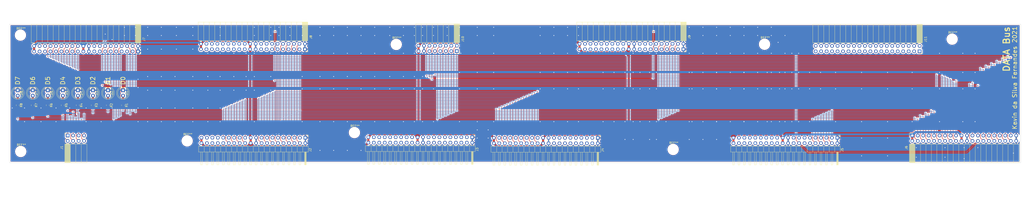
<source format=kicad_pcb>
(kicad_pcb (version 20201220) (generator pcbnew)
  (layers (0 "F.Cu" signal) (31 "B.Cu" signal) (34 "B.Paste" user) (35 "F.Paste" user) (36 "B.SilkS" user "B.Silkscreen") (37 "F.SilkS" user "F.Silkscreen") (38 "B.Mask" user) (39 "F.Mask" user) (44 "Edge.Cuts" user))
  (net 0 "")
  (net 1 "Net-(D1-Pad2)")
  (net 2 "GND")
  (net 3 "Net-(D2-Pad2)")
  (net 4 "Net-(D3-Pad2)")
  (net 5 "Net-(D4-Pad2)")
  (net 6 "Net-(D5-Pad2)")
  (net 7 "Net-(D6-Pad2)")
  (net 8 "Net-(D7-Pad2)")
  (net 9 "Net-(D8-Pad2)")
  (net 10 "/DATA7")
  (net 11 "/DATA3")
  (net 12 "/DATA6")
  (net 13 "/DATA2")
  (net 14 "/DATA5")
  (net 15 "/DATA1")
  (net 16 "/DATA4")
  (net 17 "/DATA0")
  (net 18 "+5V")
  (net 19 "no_connect_114")
  (net 20 "no_connect_113")
  (net 21 "no_connect_112")
  (net 22 "no_connect_111")
  (net 23 "no_connect_110")
  (net 24 "no_connect_109")
  (net 25 "no_connect_108")
  (net 26 "/MEM15")
  (net 27 "/MEM14")
  (net 28 "/MEM13")
  (net 29 "/MEM12")
  (net 30 "/MEM11")
  (net 31 "/MEM10")
  (net 32 "/MEM9")
  (net 33 "/MEM8")
  (net 34 "/MEM7")
  (net 35 "/MEM6")
  (net 36 "/MEM5")
  (net 37 "/MEM4")
  (net 38 "/MEM3")
  (net 39 "/MEM2")
  (net 40 "/MEM1")
  (net 41 "/MEM0")
  (net 42 "CLK")
  (net 43 "no_connect_140")
  (net 44 "no_connect_139")
  (net 45 "no_connect_138")
  (net 46 "no_connect_137")
  (net 47 "no_connect_136")
  (net 48 "no_connect_135")
  (net 49 "no_connect_134")
  (net 50 "no_connect_133")
  (net 51 "no_connect_132")
  (net 52 "no_connect_130")
  (net 53 "no_connect_129")
  (net 54 "no_connect_128")
  (net 55 "no_connect_127")
  (net 56 "no_connect_126")
  (net 57 "no_connect_125")
  (net 58 "no_connect_124")
  (net 59 "no_connect_123")
  (net 60 "no_connect_122")
  (net 61 "no_connect_121")
  (net 62 "no_connect_120")
  (net 63 "no_connect_119")
  (net 64 "no_connect_118")
  (net 65 "no_connect_117")
  (net 66 "no_connect_116")
  (net 67 "no_connect_115")
  (net 68 "no_connect_146")
  (net 69 "no_connect_145")
  (net 70 "no_connect_144")
  (net 71 "no_connect_143")
  (net 72 "no_connect_142")
  (net 73 "no_connect_141")
  (net 74 "no_connect_131")
  (net 75 "no_connect_155")
  (net 76 "no_connect_154")
  (net 77 "no_connect_153")
  (net 78 "no_connect_152")
  (net 79 "no_connect_151")
  (net 80 "no_connect_150")
  (net 81 "no_connect_149")
  (net 82 "no_connect_148")
  (net 83 "no_connect_147")
  (net 84 "no_connect_162")
  (net 85 "no_connect_161")
  (net 86 "no_connect_160")
  (net 87 "no_connect_159")
  (net 88 "no_connect_158")
  (net 89 "no_connect_157")
  (net 90 "no_connect_156")
  (net 91 "no_connect_180")
  (net 92 "no_connect_179")
  (net 93 "no_connect_178")
  (net 94 "no_connect_177")
  (net 95 "no_connect_176")
  (net 96 "no_connect_175")
  (net 97 "no_connect_174")
  (net 98 "no_connect_173")
  (net 99 "no_connect_172")
  (net 100 "no_connect_171")
  (net 101 "no_connect_170")
  (net 102 "no_connect_169")
  (net 103 "no_connect_168")
  (net 104 "no_connect_167")
  (net 105 "no_connect_166")
  (net 106 "no_connect_165")
  (net 107 "no_connect_164")
  (net 108 "no_connect_163")
  (net 109 "GFXI")
  (net 110 "/GFX3")
  (net 111 "/GFX2")
  (net 112 "/GFX1")
  (net 113 "/GFX0")
  (net 114 "/ADDR0")
  (net 115 "/ADDR1")
  (net 116 "/ADDR2")
  (net 117 "/ADDR3")
  (net 118 "/ADDR4")
  (net 119 "/ADDR5")
  (net 120 "/ADDR6")
  (net 121 "/ADDR7")
  (net 122 "/ADDR8")
  (net 123 "/ADDR9")
  (net 124 "/ADDR10")
  (net 125 "/ADDR11")
  (net 126 "IRPT")
  (net 127 "EXT0")
  (net 128 "EXT1")
  (net 129 "EXT2")
  (net 130 "~AI")
  (net 131 "~BI")
  (net 132 "~EO")
  (net 133 "SU")
  (net 134 "CARRY")
  (net 135 "ZERO")
  (net 136 "no_connect_181")
  (net 137 "no_connect_187")
  (net 138 "no_connect_186")
  (net 139 "no_connect_185")
  (net 140 "no_connect_184")
  (net 141 "no_connect_183")
  (net 142 "no_connect_182")
  (net 143 "HLT")
  (net 144 "no_connect_209")
  (net 145 "no_connect_208")
  (net 146 "no_connect_207")
  (net 147 "no_connect_206")
  (net 148 "no_connect_205")
  (net 149 "no_connect_204")
  (net 150 "no_connect_203")
  (net 151 "no_connect_202")
  (net 152 "no_connect_201")
  (net 153 "no_connect_200")
  (net 154 "no_connect_199")
  (net 155 "no_connect_198")
  (net 156 "no_connect_197")
  (net 157 "no_connect_196")
  (net 158 "no_connect_195")
  (net 159 "no_connect_194")
  (net 160 "no_connect_193")
  (net 161 "no_connect_192")
  (net 162 "no_connect_191")
  (net 163 "no_connect_190")
  (net 164 "no_connect_189")
  (net 165 "no_connect_188")
  (net 166 "no_connect_231")
  (net 167 "no_connect_230")
  (net 168 "no_connect_229")
  (net 169 "no_connect_228")
  (net 170 "no_connect_227")
  (net 171 "no_connect_226")
  (net 172 "no_connect_225")
  (net 173 "no_connect_224")
  (net 174 "no_connect_223")
  (net 175 "no_connect_222")
  (net 176 "no_connect_221")
  (net 177 "no_connect_220")
  (net 178 "no_connect_219")
  (net 179 "no_connect_218")
  (net 180 "no_connect_217")
  (net 181 "no_connect_216")
  (net 182 "no_connect_215")
  (net 183 "no_connect_214")
  (net 184 "no_connect_213")
  (net 185 "no_connect_212")
  (net 186 "no_connect_211")
  (net 187 "no_connect_210")
  (net 188 "no_connect_102")
  (net 189 "no_connect_100")
  (net 190 "no_connect_99")
  (net 191 "no_connect_98")
  (net 192 "no_connect_97")
  (net 193 "no_connect_96")
  (net 194 "no_connect_95")
  (net 195 "no_connect_94")
  (net 196 "no_connect_93")
  (net 197 "no_connect_92")
  (net 198 "no_connect_91")
  (net 199 "no_connect_89")
  (net 200 "no_connect_88")
  (net 201 "no_connect_87")
  (net 202 "no_connect_86")
  (net 203 "no_connect_85")
  (net 204 "no_connect_84")
  (net 205 "no_connect_83")
  (net 206 "no_connect_82")
  (net 207 "no_connect_81")
  (net 208 "no_connect_80")
  (net 209 "no_connect_78")
  (net 210 "no_connect_77")
  (net 211 "no_connect_76")
  (net 212 "no_connect_75")
  (net 213 "no_connect_74")
  (net 214 "no_connect_73")
  (net 215 "no_connect_72")
  (net 216 "no_connect_71")
  (net 217 "no_connect_70")
  (net 218 "no_connect_69")
  (net 219 "no_connect_107")
  (net 220 "no_connect_106")
  (net 221 "no_connect_105")
  (net 222 "no_connect_104")
  (net 223 "no_connect_103")
  (net 224 "no_connect_101")
  (net 225 "no_connect_90")
  (net 226 "no_connect_79")
  (net 227 "no_connect_68")
  (footprint "LED_THT:LED_D5.0mm" (layer "F.Cu") (at 108.83 199.9085 -90)
    (fp_text reference "D6")
    (fp_text value "LED")
  )
  (footprint "Connector_PinSocket_2.54mm:PinSocket_2x20_P2.54mm_Horizontal" (layer "F.Cu") (at 150.73 181.9235 -90)
    (fp_text reference "J7")
    (fp_text value "Conn_02x20_Counter_Clockwise")
  )
  (footprint "Resistor_SMD:R_0805_2012Metric_Pad1.15x1.40mm_HandSolder" (layer "F.Cu") (at 136.77 206.8935 -90)
    (fp_text reference "R2")
    (fp_text value "R")
  )
  (footprint "Connector_PinSocket_2.54mm:PinSocket_2x20_P2.54mm_Horizontal" (layer "F.Cu") (at 403.954 180.8935 -90)
    (fp_text reference "J9")
    (fp_text value "Conn_02x20_Counter_Clockwise")
  )
  (footprint "Connector_PinSocket_2.54mm:PinSocket_2x20_P2.54mm_Horizontal" (layer "F.Cu") (at 510.2 220.9335 90)
    (fp_text reference "J6")
    (fp_text value "Conn_02x20_Counter_Clockwise")
  )
  (footprint "LED_THT:LED_D5.0mm" (layer "F.Cu") (at 143.755 199.9085 -90)
    (fp_text reference "D1")
    (fp_text value "LED")
  )
  (footprint "Resistor_SMD:R_0805_2012Metric_Pad1.15x1.40mm_HandSolder" (layer "F.Cu") (at 94.86 206.8935 -90)
    (fp_text reference "R8")
    (fp_text value "R")
  )
  (footprint "MountingHole:MountingHole_4.3mm_M4" (layer "F.Cu") (at 270.61 178.66)
    (fp_text reference "REF**")
    (fp_text value "MountingHole_4.3mm_M4")
  )
  (footprint "Resistor_SMD:R_0805_2012Metric_Pad1.15x1.40mm_HandSolder" (layer "F.Cu") (at 143.755 206.8935 -90)
    (fp_text reference "R1")
    (fp_text value "R")
  )
  (footprint "MountingHole:MountingHole_4.3mm_M4" (layer "F.Cu") (at 96.26 228.36)
    (fp_text reference "REF**")
    (fp_text value "MountingHole_4.3mm_M4")
  )
  (footprint "MountingHole:MountingHole_4.3mm_M4" (layer "F.Cu") (at 399.18 227.42)
    (fp_text reference "REF**")
    (fp_text value "MountingHole_4.3mm_M4")
  )
  (footprint "Connector_PinSocket_2.54mm:PinSocket_2x20_P2.54mm_Horizontal" (layer "F.Cu") (at 513.6 181.8635 -90)
    (fp_text reference "J11")
    (fp_text value "Conn_02x20_Counter_Clockwise")
  )
  (footprint "Resistor_SMD:R_0805_2012Metric_Pad1.15x1.40mm_HandSolder" (layer "F.Cu") (at 108.83 206.8935 -90)
    (fp_text reference "R6")
    (fp_text value "R")
  )
  (footprint "Resistor_SMD:R_0805_2012Metric_Pad1.15x1.40mm_HandSolder" (layer "F.Cu") (at 115.815 206.8935 -90)
    (fp_text reference "R5")
    (fp_text value "R")
  )
  (footprint "LED_THT:LED_D5.0mm" (layer "F.Cu") (at 129.785 199.9085 -90)
    (fp_text reference "D3")
    (fp_text value "LED")
  )
  (footprint "Resistor_SMD:R_0805_2012Metric_Pad1.15x1.40mm_HandSolder" (layer "F.Cu") (at 129.785 206.8935 -90)
    (fp_text reference "R3")
    (fp_text value "R")
  )
  (footprint "LED_THT:LED_D5.0mm" (layer "F.Cu") (at 136.77 199.9085 -90)
    (fp_text reference "D2")
    (fp_text value "LED")
  )
  (footprint "Connector_PinHeader_2.54mm:PinHeader_2x20_P2.54mm_Horizontal" (layer "F.Cu") (at 228.41 221.9535 -90)
    (fp_text reference "J2")
    (fp_text value "Conn_02x20_Counter_Clockwise")
  )
  (footprint "Connector_PinHeader_2.54mm:PinHeader_2x20_P2.54mm_Horizontal" (layer "F.Cu") (at 364.18 222.0235 -90)
    (fp_text reference "J4")
    (fp_text value "Conn_02x20_Counter_Clockwise")
  )
  (footprint "MountingHole:MountingHole_4.3mm_M4" (layer "F.Cu") (at 441.6 178.57)
    (fp_text reference "REF**")
    (fp_text value "MountingHole_4.3mm_M4")
  )
  (footprint "MountingHole:MountingHole_4.3mm_M4" (layer "F.Cu") (at 173.54 223.43)
    (fp_text reference "REF**")
    (fp_text value "MountingHole_4.3mm_M4")
  )
  (footprint "MountingHole:MountingHole_4.3mm_M4" (layer "F.Cu") (at 528.71 176.21)
    (fp_text reference "REF**")
    (fp_text value "MountingHole_4.3mm_M4")
  )
  (footprint "LED_THT:LED_D5.0mm" (layer "F.Cu") (at 94.86 199.9085 -90)
    (fp_text reference "D8")
    (fp_text value "LED")
  )
  (footprint "Connector_PinSocket_2.54mm:PinSocket_2x08_P2.54mm_Horizontal" (layer "F.Cu") (at 298.72 181.7735 -90)
    (fp_text reference "J10")
    (fp_text value "Conn_02x08_Counter_Clockwise")
  )
  (footprint "LED_THT:LED_D5.0mm" (layer "F.Cu") (at 101.845 199.9085 -90)
    (fp_text reference "D7")
    (fp_text value "LED")
  )
  (footprint "MountingHole:MountingHole_4.3mm_M4" (layer "F.Cu") (at 251.19 219.58)
    (fp_text reference "REF**")
    (fp_text value "MountingHole_4.3mm_M4")
  )
  (footprint "LED_THT:LED_D5.0mm" (layer "F.Cu") (at 122.8 199.9085 -90)
    (fp_text reference "D4")
    (fp_text value "LED")
  )
  (footprint "Resistor_SMD:R_0805_2012Metric_Pad1.15x1.40mm_HandSolder" (layer "F.Cu") (at 101.845 206.8935 -90)
    (fp_text reference "R7")
    (fp_text value "R")
  )
  (footprint "LED_THT:LED_D5.0mm" (layer "F.Cu") (at 115.815 199.9085 -90)
    (fp_text reference "D5")
    (fp_text value "LED")
  )
  (footprint "Connector_PinHeader_2.54mm:PinHeader_2x20_P2.54mm_Horizontal" (layer "F.Cu") (at 305.9 221.7235 -90)
    (fp_text reference "J3")
    (fp_text value "Conn_02x20_Counter_Clockwise")
  )
  (footprint "MountingHole:MountingHole_4.3mm_M4" (layer "F.Cu") (at 96.11 174.34)
    (fp_text reference "REF**")
    (fp_text value "MountingHole_4.3mm_M4")
  )
  (footprint "Connector_PinSocket_2.54mm:PinSocket_2x20_P2.54mm_Horizontal" (layer "F.Cu") (at 228.2 180.8935 -90)
    (fp_text reference "J8")
    (fp_text value "Conn_02x20_Counter_Clockwise")
  )
  (footprint "Connector_PinSocket_2.54mm:PinSocket_2x04_P2.54mm_Horizontal" (layer "F.Cu") (at 118.05 220.9035 90)
    (fp_text reference "J1")
    (fp_text value "Conn_02x04_Odd_Even")
  )
  (footprint "Connector_PinHeader_2.54mm:PinHeader_2x20_P2.54mm_Horizontal" (layer "F.Cu") (at 475.42 221.9635 -90)
    (fp_text reference "J5")
    (fp_text value "Conn_02x20_Counter_Clockwise")
  )
  (footprint "Resistor_SMD:R_0805_2012Metric_Pad1.15x1.40mm_HandSolder" (layer "F.Cu") (at 122.8 206.8935 -90)
    (fp_text reference "R4")
    (fp_text value "R")
  )
  (gr_line (start 91.05 233.5635) (end 91.05 169.2405) (layer "Edge.Cuts") (width 0.1))
  (gr_line (start 560.51 169.2405) (end 91.05 169.2405) (layer "Edge.Cuts") (width 0.1))
  (gr_line (start 560.51 233.5635) (end 560.51 169.2405) (layer "Edge.Cuts") (width 0.1))
  (gr_line (start 91.05 233.5635) (end 560.51 233.5635) (layer "Edge.Cuts") (width 0.1))
  (gr_text "Kevin da Silva Fernandes 2021" (at 557.775 194.1935 90) (layer "F.SilkS") (effects (font (size 2 2) (thickness 0.3))))
  (gr_text "D1" (at 136.77 195.4635 90) (layer "F.SilkS") (effects (font (size 2 2) (thickness 0.3))))
  (gr_text "D2" (at 129.785 195.4635 90) (layer "F.SilkS") (effects (font (size 2 2) (thickness 0.3))))
  (gr_text "DATA Bus" (at 553.965 180.8585 90) (layer "F.SilkS") (effects (font (size 3 3) (thickness 0.5))))
  (gr_text "D4" (at 115.815 195.4635 90) (layer "F.SilkS") (effects (font (size 2 2) (thickness 0.3))))
  (gr_text "D6" (at 101.845 195.4635 90) (layer "F.SilkS") (effects (font (size 2 2) (thickness 0.3))))
  (gr_text "D7" (at 94.86 195.4635 90) (layer "F.SilkS") (effects (font (size 2 2) (thickness 0.3))))
  (gr_text "D5" (at 108.83 195.4635 90) (layer "F.SilkS") (effects (font (size 2 2) (thickness 0.3))))
  (gr_text "D3" (at 122.8 195.4635 90) (layer "F.SilkS") (effects (font (size 2 2) (thickness 0.3))))
  (gr_text "D0" (at 143.755 195.4635 90) (layer "F.SilkS") (effects (font (size 2 2) (thickness 0.3))))
  (segment (start 143.755 205.8685) (end 143.755 202.4485) (width 1) (layer "F.Cu") (net 1))
  (segment (start 214.85 182.6935) (end 214.85 220.148501) (width 0.2) (layer "F.Cu") (net 2))
  (segment (start 216.22 220.1535) (end 216.22 182.6935) (width 0.2) (layer "F.Cu") (net 2))
  (segment (start 214.85 220.148501) (end 214.845001 220.1535) (width 0.2) (layer "F.Cu") (net 2))
  (via (at 267.58 193.5585) (size 0.8) (drill 0.4) (layers "F.Cu" "B.Cu") (net 2))
  (via (at 454.27 182.7635) (size 0.8) (drill 0.4) (layers "F.Cu" "B.Cu") (net 2))
  (via (at 442.84 199.2735) (size 0.8) (drill 0.4) (layers "F.Cu" "B.Cu") (net 2))
  (via (at 366.64 191.6535) (size 0.8) (drill 0.4) (layers "F.Cu" "B.Cu") (net 2))
  (via (at 150.74 214.5135) (size 0.8) (drill 0.4) (layers "F.Cu" "B.Cu") (net 2))
  (via (at 337.43 170.6985) (size 0.8) (drill 0.4) (layers "F.Cu" "B.Cu") (net 2))
  (via (at 260.595 193.5585) (size 0.8) (drill 0.4) (layers "F.Cu" "B.Cu") (net 2))
  (via (at 380.61 182.7635) (size 0.8) (drill 0.4) (layers "F.Cu" "B.Cu") (net 2))
  (via (at 432.045 170.6985) (size 0.8) (drill 0.4) (layers "F.Cu" "B.Cu") (net 2))
  (via (at 522.85 182.7635) (size 0.8) (drill 0.4) (layers "F.Cu" "B.Cu") (net 2))
  (via (at 419.345 214.5135) (size 0.8) (drill 0.4) (layers "F.Cu" "B.Cu") (net 2))
  (via (at 419.345 191.6535) (size 0.8) (drill 0.4) (layers "F.Cu" "B.Cu") (net 2))
  (via (at 447.92 177.6835) (size 0.8) (drill 0.4) (layers "F.Cu" "B.Cu") (net 2))
  (via (at 380.61 191.6535) (size 0.8) (drill 0.4) (layers "F.Cu" "B.Cu") (net 2))
  (via (at 343.78 214.5135) (size 0.8) (drill 0.4) (layers "F.Cu" "B.Cu") (net 2))
  (via (at 539.36 182.7635) (size 0.8) (drill 0.4) (layers "F.Cu" "B.Cu") (net 2))
  (via (at 155.185 199.9085) (size 0.8) (drill 0.4) (layers "F.Cu" "B.Cu") (net 2))
  (via (at 406.645 170.6985) (size 0.8) (drill 0.4) (layers "F.Cu" "B.Cu") (net 2))
  (via (at 406.645 174.5085) (size 0.8) (drill 0.4) (layers "F.Cu" "B.Cu") (net 2))
  (via (at 451.095 191.6535) (size 0.8) (drill 0.4) (layers "F.Cu" "B.Cu") (net 2))
  (via (at 204.715 193.5585) (size 0.8) (drill 0.4) (layers "F.Cu" "B.Cu") (net 2))
  (via (at 419.345 214.5135) (size 0.8) (drill 0.4) (layers "F.Cu" "B.Cu") (net 2))
  (via (at 155.185 208.1635) (size 0.8) (drill 0.4) (layers "F.Cu" "B.Cu") (net 2))
  (via (at 279.01 170.6985) (size 0.8) (drill 0.4) (layers "F.Cu" "B.Cu") (net 2))
  (via (at 512.055 226.5785) (size 0.8) (drill 0.4) (layers "F.Cu" "B.Cu") (net 2))
  (via (at 235.195 174.5085) (size 0.8) (drill 0.4) (layers "F.Cu" "B.Cu") (net 2))
  (via (at 425.695 174.5085) (size 0.8) (drill 0.4) (layers "F.Cu" "B.Cu") (net 2))
  (via (at 406.645 199.2735) (size 0.8) (drill 0.4) (layers "F.Cu" "B.Cu") (net 2))
  (via (at 419.345 199.2735) (size 0.8) (drill 0.4) (layers "F.Cu" "B.Cu") (net 2))
  (via (at 412.995 199.2735) (size 0.8) (drill 0.4) (layers "F.Cu" "B.Cu") (net 2))
  (via (at 176.14 193.5585) (size 0.8) (drill 0.4) (layers "F.Cu" "B.Cu") (net 2))
  (via (at 315.84 191.6535) (size 0.8) (drill 0.4) (layers "F.Cu" "B.Cu") (net 2))
  (via (at 432.045 199.2735) (size 0.8) (drill 0.4) (layers "F.Cu" "B.Cu") (net 2))
  (via (at 412.995 182.7635) (size 0.8) (drill 0.4) (layers "F.Cu" "B.Cu") (net 2))
  (via (at 448.555 191.6535) (size 0.8) (drill 0.4) (layers "F.Cu" "B.Cu") (net 2))
  (via (at 144.39 170.6985) (size 0.8) (drill 0.4) (layers "F.Cu" "B.Cu") (net 2))
  (via (at 467.605 199.2735) (size 0.8) (drill 0.4) (layers "F.Cu" "B.Cu") (net 2))
  (via (at 457.445 214.5135) (size 0.8) (drill 0.4) (layers "F.Cu" "B.Cu") (net 2))
  (via (at 294.25 174.5085) (size 0.8) (drill 0.4) (layers "F.Cu" "B.Cu") (net 2))
  (via (at 425.695 182.7635) (size 0.8) (drill 0.4) (layers "F.Cu" "B.Cu") (net 2))
  (via (at 412.995 170.6985) (size 0.8) (drill 0.4) (layers "F.Cu" "B.Cu") (net 2))
  (via (at 135.5 173.8735) (size 0.8) (drill 0.4) (layers "F.Cu" "B.Cu") (net 2))
  (via (at 212.335 174.5085) (size 0.8) (drill 0.4) (layers "F.Cu" "B.Cu") (net 2))
  (via (at 444.745 182.7635) (size 0.8) (drill 0.4) (layers "F.Cu" "B.Cu") (net 2))
  (via (at 343.78 170.6985) (size 0.8) (drill 0.4) (layers "F.Cu" "B.Cu") (net 2))
  (via (at 294.25 170.6985) (size 0.8) (drill 0.4) (layers "F.Cu" "B.Cu") (net 2))
  (via (at 534.28 226.5785) (size 0.8) (drill 0.4) (layers "F.Cu" "B.Cu") (net 2))
  (via (at 221.225 170.6985) (size 0.8) (drill 0.4) (layers "F.Cu" "B.Cu") (net 2))
  (via (at 337.43 214.5135) (size 0.8) (drill 0.4) (layers "F.Cu" "B.Cu") (net 2))
  (via (at 105.655 214.5135) (size 0.8) (drill 0.4) (layers "F.Cu" "B.Cu") (net 2))
  (via (at 350.13 182.7635) (size 0.8) (drill 0.4) (layers "F.Cu" "B.Cu") (net 2))
  (via (at 247.895 174.5085) (size 0.8) (drill 0.4) (layers "F.Cu" "B.Cu") (net 2))
  (via (at 337.43 191.6535) (size 0.8) (drill 0.4) (layers "F.Cu" "B.Cu") (net 2))
  (via (at 226.94 199.2735) (size 0.8) (drill 0.4) (layers "F.Cu" "B.Cu") (net 2))
  (via (at 267.58 199.2735) (size 0.8) (drill 0.4) (layers "F.Cu" "B.Cu") (net 2))
  (via (at 260.595 174.5085) (size 0.8) (drill 0.4) (layers "F.Cu" "B.Cu") (net 2))
  (via (at 419.345 191.6535) (size 0.8) (drill 0.4) (layers "F.Cu" "B.Cu") (net 2))
  (via (at 279.01 182.7635) (size 0.8) (drill 0.4) (layers "F.Cu" "B.Cu") (net 2))
  (via (at 391.405 214.5135) (size 0.8) (drill 0.4) (layers "F.Cu" "B.Cu") (net 2))
  (via (at 299.965 191.6535) (size 0.8) (drill 0.4) (layers "F.Cu" "B.Cu") (net 2))
  (via (at 343.78 174.5085) (size 0.8) (drill 0.4) (layers "F.Cu" "B.Cu") (net 2))
  (via (at 226.94 174.5085) (size 0.8) (drill 0.4) (layers "F.Cu" "B.Cu") (net 2))
  (via (at 155.185 214.5135) (size 0.8) (drill 0.4) (layers "F.Cu" "B.Cu") (net 2))
  (via (at 267.58 174.5085) (size 0.8) (drill 0.4) (layers "F.Cu" "B.Cu") (net 2))
  (via (at 235.195 170.6985) (size 0.8) (drill 0.4) (layers "F.Cu" "B.Cu") (net 2))
  (via (at 195.19 193.5585) (size 0.8) (drill 0.4) (layers "F.Cu" "B.Cu") (net 2))
  (via (at 380.61 214.5135) (size 0.8) (drill 0.4) (layers "F.Cu" "B.Cu") (net 2))
  (via (at 350.13 170.6985) (size 0.8) (drill 0.4) (layers "F.Cu" "B.Cu") (net 2))
  (via (at 498.72 222.1335) (size 0.8) (drill 0.4) (layers "F.Cu" "B.Cu") (net 2))
  (via (at 167.885 214.5135) (size 0.8) (drill 0.4) (layers "F.Cu" "B.Cu") (net 2))
  (via (at 254.245 214.5135) (size 0.8) (drill 0.4) (layers "F.Cu" "B.Cu") (net 2))
  (via (at 279.01 174.5085) (size 0.8) (drill 0.4) (layers "F.Cu" "B.Cu") (net 2))
  (via (at 267.58 170.6985) (size 0.8) (drill 0.4) (layers "F.Cu" "B.Cu") (net 2))
  (via (at 533.645 199.2735) (size 0.8) (drill 0.4) (layers "F.Cu" "B.Cu") (net 2))
  (via (at 126.61 214.5135) (size 0.8) (drill 0.4) (layers "F.Cu" "B.Cu") (net 2))
  (via (at 200.905 199.9085) (size 0.8) (drill 0.4) (layers "F.Cu" "B.Cu") (net 2))
  (via (at 355.21 182.7635) (size 0.8) (drill 0.4) (layers "F.Cu" "B.Cu") (net 2))
  (via (at 522.85 191.6535) (size 0.8) (drill 0.4) (layers "F.Cu" "B.Cu") (net 2))
  (via (at 383.785 214.5135) (size 0.8) (drill 0.4) (layers "F.Cu" "B.Cu") (net 2))
  (via (at 558.41 191.6535) (size 0.8) (drill 0.4) (layers "F.Cu" "B.Cu") (net 2))
  (via (at 383.785 199.2735) (size 0.8) (drill 0.4) (layers "F.Cu" "B.Cu") (net 2))
  (via (at 155.185 170.6985) (size 0.8) (drill 0.4) (layers "F.Cu" "B.Cu") (net 2))
  (via (at 282.82 214.5135) (size 0.8) (drill 0.4) (layers "F.Cu" "B.Cu") (net 2))
  (via (at 282.82 193.5585) (size 0.8) (drill 0.4) (layers "F.Cu" "B.Cu") (net 2))
  (via (at 254.245 193.5585) (size 0.8) (drill 0.4) (layers "F.Cu" "B.Cu") (net 2))
  (via (at 241.545 193.5585) (size 0.8) (drill 0.4) (layers "F.Cu" "B.Cu") (net 2))
  (via (at 343.78 182.7635) (size 0.8) (drill 0.4) (layers "F.Cu" "B.Cu") (net 2))
  (via (at 254.245 170.6985) (size 0.8) (drill 0.4) (layers "F.Cu" "B.Cu") (net 2))
  (via (at 98.035 208.1635) (size 0.8) (drill 0.4) (layers "F.Cu" "B.Cu") (net 2))
  (via (at 176.14 199.9085) (size 0.8) (drill 0.4) (layers "F.Cu" "B.Cu") (net 2))
  (via (at 474.59 191.6535) (size 0.8) (drill 0.4) (layers "F.Cu" "B.Cu") (net 2))
  (via (at 308.22 218.3235) (size 0.8) (drill 0.4) (layers "F.Cu" "B.Cu") (net 2))
  (via (at 412.995 214.5135) (size 0.8) (drill 0.4) (layers "F.Cu" "B.Cu") (net 2))
  (via (at 188.84 208.1635) (size 0.8) (drill 0.4) (layers "F.Cu" "B.Cu") (net 2))
  (via (at 150.74 208.1635) (size 0.8) (drill 0.4) (layers "F.Cu" "B.Cu") (net 2))
  (via (at 155.185 193.5585) (size 0.8) (drill 0.4) (layers "F.Cu" "B.Cu") (net 2))
  (via (at 279.01 214.5135) (size 0.8) (drill 0.4) (layers "F.Cu" "B.Cu") (net 2))
  (via (at 287.9 214.5135) (size 0.8) (drill 0.4) (layers "F.Cu" "B.Cu") (net 2))
  (via (at 235.195 227.8485) (size 0.8) (drill 0.4) (layers "F.Cu" "B.Cu") (net 2))
  (via (at 126.61 208.1635) (size 0.8) (drill 0.4) (layers "F.Cu" "B.Cu") (net 2))
  (via (at 168.52 180.8585) (size 0.8) (drill 0.4) (layers "F.Cu" "B.Cu") (net 2))
  (via (at 457.445 182.7635) (size 0.8) (drill 0.4) (layers "F.Cu" "B.Cu") (net 2))
  (via (at 315.84 174.5085) (size 0.8) (drill 0.4) (layers "F.Cu" "B.Cu") (net 2))
  (via (at 539.36 199.2735) (size 0.8) (drill 0.4) (layers "F.Cu" "B.Cu") (net 2))
  (via (at 92.32 208.1635) (size 0.8) (drill 0.4) (layers "F.Cu" "B.Cu") (net 2))
  (via (at 204.715 182.7635) (size 0.8) (drill 0.4) (layers "F.Cu" "B.Cu") (net 2))
  (via (at 200.905 182.7635) (size 0.8) (drill 0.4) (layers "F.Cu" "B.Cu") (net 2))
  (via (at 462.525 199.2735) (size 0.8) (drill 0.4) (layers "F.Cu" "B.Cu") (net 2))
  (via (at 188.84 170.6985) (size 0.8) (drill 0.4) (layers "F.Cu" "B.Cu") (net 2))
  (via (at 150.74 198.6385) (size 0.8) (drill 0.4) (layers "F.Cu" "B.Cu") (net 2))
  (via (at 299.965 199.2735) (size 0.8) (drill 0.4) (layers "F.Cu" "B.Cu") (net 2))
  (via (at 371.72 199.2735) (size 0.8) (drill 0.4) (layers "F.Cu" "B.Cu") (net 2))
  (via (at 216.22 182.6935) (size 0.45) (drill 0.3) (layers "F.Cu" "B.Cu") (net 2))
  (via (at 391.405 182.7635) (size 0.8) (drill 0.4) (layers "F.Cu" "B.Cu") (net 2))
  (via (at 451.095 214.5135) (size 0.8) (drill 0.4) (layers "F.Cu" "B.Cu") (net 2))
  (via (at 161.535 170.6985) (size 0.8) (drill 0.4) (layers "F.Cu" "B.Cu") (net 2))
  (via (at 444.745 174.5085) (size 0.8) (drill 0.4) (layers "F.Cu" "B.Cu") (net 2))
  (via (at 168.52 170.6985) (size 0.8) (drill 0.4) (layers "F.Cu" "B.Cu") (net 2))
  (via (at 395.85 214.5135) (size 0.8) (drill 0.4) (layers "F.Cu" "B.Cu") (net 2))
  (via (at 522.85 199.2735) (size 0.8) (drill 0.4) (layers "F.Cu" "B.Cu") (net 2))
  (via (at 451.095 199.2735) (size 0.8) (drill 0.4) (layers "F.Cu" "B.Cu") (net 2))
  (via (at 247.895 199.2735) (size 0.8) (drill 0.4) (layers "F.Cu" "B.Cu") (net 2))
  (via (at 432.045 191.6535) (size 0.8) (drill 0.4) (layers "F.Cu" "B.Cu") (net 2))
  (via (at 260.595 199.2735) (size 0.8) (drill 0.4) (layers "F.Cu" "B.Cu") (net 2))
  (via (at 315.84 214.5135) (size 0.8) (drill 0.4) (layers "F.Cu" "B.Cu") (net 2))
  (via (at 273.93 182.7635) (size 0.8) (drill 0.4) (layers "F.Cu" "B.Cu") (net 2))
  (via (at 247.895 170.6985) (size 0.8) (drill 0.4) (layers "F.Cu" "B.Cu") (net 2))
  (via (at 498.72 199.2735) (size 0.8) (drill 0.4) (layers "F.Cu" "B.Cu") (net 2))
  (via (at 337.43 182.7635) (size 0.8) (drill 0.4) (layers "F.Cu" "B.Cu") (net 2))
  (via (at 161.535 180.8585) (size 0.8) (drill 0.4) (layers "F.Cu" "B.Cu") (net 2))
  (via (at 315.84 199.2735) (size 0.8) (drill 0.4) (layers "F.Cu" "B.Cu") (net 2))
  (via (at 425.695 199.2735) (size 0.8) (drill 0.4) (layers "F.Cu" "B.Cu") (net 2))
  (via (at 254.245 199.2735) (size 0.8) (drill 0.4) (layers "F.Cu" "B.Cu") (net 2))
  (via (at 308.22 182.7635) (size 0.8) (drill 0.4) (layers "F.Cu" "B.Cu") (net 2))
  (via (at 235.195 199.2735) (size 0.8) (drill 0.4) (layers "F.Cu" "B.Cu") (net 2))
  (via (at 376.8 199.2735) (size 0.8) (drill 0.4) (layers "F.Cu" "B.Cu") (net 2))
  (via (at 212.335 182.7635) (size 0.8) (drill 0.4) (layers "F.Cu" "B.Cu") (net 2))
  (via (at 183.125 214.5135) (size 0.8) (drill 0.4) (layers "F.Cu" "B.Cu") (net 2))
  (via (at 419.345 174.5085) (size 0.8) (drill 0.4) (layers "F.Cu" "B.Cu") (net 2))
  (via (at 438.395 191.6535) (size 0.8) (drill 0.4) (layers "F.Cu" "B.Cu") (net 2))
  (via (at 241.545 170.6985) (size 0.8) (drill 0.4) (layers "F.Cu" "B.Cu") (net 2))
  (via (at 254.245 227.8485) (size 0.8) (drill 0.4) (layers "F.Cu" "B.Cu") (net 2))
  (via (at 176.14 180.8585) (size 0.8) (drill 0.4) (layers "F.Cu" "B.Cu") (net 2))
  (via (at 498.72 214.5135) (size 0.8) (drill 0.4) (layers "F.Cu" "B.Cu") (net 2))
  (via (at 235.195 193.5585) (size 0.8) (drill 0.4) (layers "F.Cu" "B.Cu") (net 2))
  (via (at 247.895 182.7635) (size 0.8) (drill 0.4) (layers "F.Cu" "B.Cu") (net 2))
  (via (at 308.22 170.6985) (size 0.8) (drill 0.4) (layers "F.Cu" "B.Cu") (net 2))
  (via (at 406.645 214.5135) (size 0.8) (drill 0.4) (layers "F.Cu" "B.Cu") (net 2))
  (via (at 376.8 191.6535) (size 0.8) (drill 0.4) (layers "F.Cu" "B.Cu") (net 2))
  (via (at 425.695 170.6985) (size 0.8) (drill 0.4) (layers "F.Cu" "B.Cu") (net 2))
  (via (at 254.245 174.5085) (size 0.8) (drill 0.4) (layers "F.Cu" "B.Cu") (net 2))
  (via (at 183.125 182.7635) (size 0.8) (drill 0.4) (layers "F.Cu" "B.Cu") (net 2))
  (via (at 438.395 214.5135) (size 0.8) (drill 0.4) (layers "F.Cu" "B.Cu") (net 2))
  (via (at 105.655 208.1635) (size 0.8) (drill 0.4) (layers "F.Cu" "B.Cu") (net 2))
  (via (at 161.535 199.9085) (size 0.8) (drill 0.4) (layers "F.Cu" "B.Cu") (net 2))
  (via (at 167.885 208.1635) (size 0.8) (drill 0.4) (layers "F.Cu" "B.Cu") (net 2))
  (via (at 204.715 199.9085) (size 0.8) (drill 0.4) (layers "F.Cu" "B.Cu") (net 2))
  (via (at 376.8 222.7685) (size 0.8) (drill 0.4) (layers "F.Cu" "B.Cu") (net 2))
  (via (at 149.47 170.6985) (size 0.8) (drill 0.4) (layers "F.Cu" "B.Cu") (net 2))
  (via (at 406.645 222.7685) (size 0.8) (drill 0.4) (layers "F.Cu" "B.Cu") (net 2))
  (via (at 176.14 174.5085) (size 0.8) (drill 0.4) (layers "F.Cu" "B.Cu") (net 2))
  (via (at 432.045 174.5085) (size 0.8) (drill 0.4) (layers "F.Cu" "B.Cu") (net 2))
  (via (at 138.675 208.1635) (size 0.8) (drill 0.4) (layers "F.Cu" "B.Cu") (net 2))
  (via (at 155.185 174.5085) (size 0.8) (drill 0.4) (layers "F.Cu" "B.Cu") (net 2))
  (via (at 98.035 214.5135) (size 0.8) (drill 0.4) (layers "F.Cu" "B.Cu") (net 2))
  (via (at 355.21 214.5135) (size 0.8) (drill 0.4) (layers "F.Cu" "B.Cu") (net 2))
  (via (at 279.01 193.5585) (size 0.8) (drill 0.4) (layers "F.Cu" "B.Cu") (net 2))
  (via (at 467.605 191.6535) (size 0.8) (drill 0.4) (layers "F.Cu" "B.Cu") (net 2))
  (via (at 432.045 199.2735) (size 0.8) (drill 0.4) (layers "F.Cu" "B.Cu") (net 2))
  (via (at 273.93 174.5085) (size 0.8) (drill 0.4) (layers "F.Cu" "B.Cu") (net 2))
  (via (at 200.905 193.5585) (size 0.8) (drill 0.4) (layers "F.Cu" "B.Cu") (net 2))
  (via (at 419.345 182.7635) (size 0.8) (drill 0.4) (layers "F.Cu" "B.Cu") (net 2))
  (via (at 371.72 214.5135) (size 0.8) (drill 0.4) (layers "F.Cu" "B.Cu") (net 2))
  (via (at 462.525 214.5135) (size 0.8) (drill 0.4) (layers "F.Cu" "B.Cu") (net 2))
  (via (at 287.9 170.6985) (size 0.8) (drill 0.4) (layers "F.Cu" "B.Cu") (net 2))
  (via (at 525.39 226.5785) (size 0.8) (drill 0.4) (layers "F.Cu" "B.Cu") (net 2))
  (via (at 371.72 191.6535) (size 0.8) (drill 0.4) (layers "F.Cu" "B.Cu") (net 2))
  (via (at 391.405 191.6535) (size 0.8) (drill 0.4) (layers "F.Cu" "B.Cu") (net 2))
  (via (at 557.14 229.1185) (size 0.8) (drill 0.4) (layers "F.Cu" "B.Cu") (net 2))
  (via (at 167.885 193.5585) (size 0.8) (drill 0.4) (layers "F.Cu" "B.Cu") (net 2))
  (via (at 350.13 174.5085) (size 0.8) (drill 0.4) (layers "F.Cu" "B.Cu") (net 2))
  (via (at 133.595 208.1635) (size 0.8) (drill 0.4) (layers "F.Cu" "B.Cu") (net 2))
  (via (at 204.715 174.5085) (size 0.8) (drill 0.4) (layers "F.Cu" "B.Cu") (net 2))
  (via (at 486.655 214.5135) (size 0.8) (drill 0.4) (layers "F.Cu" "B.Cu") (net 2))
  (via (at 539.36 191.6535) (size 0.8) (drill 0.4) (layers "F.Cu" "B.Cu") (net 2))
  (via (at 412.995 222.7685) (size 0.8) (drill 0.4) (layers "F.Cu" "B.Cu") (net 2))
  (via (at 176.14 214.5135) (size 0.8) (drill 0.4) (layers "F.Cu" "B.Cu") (net 2))
  (via (at 350.13 214.5135) (size 0.8) (drill 0.4) (layers "F.Cu" "B.Cu") (net 2))
  (via (at 442.84 214.5135) (size 0.8) (drill 0.4) (layers "F.Cu" "B.Cu") (net 2))
  (via (at 308.22 191.6535) (size 0.8) (drill 0.4) (layers "F.Cu" "B.Cu") (net 2))
  (via (at 444.745 214.5135) (size 0.8) (drill 0.4) (layers "F.Cu" "B.Cu") (net 2))
  (via (at 247.895 193.5585) (size 0.8) (drill 0.4) (layers "F.Cu" "B.Cu") (net 2))
  (via (at 444.745 191.6535) (size 0.8) (drill 0.4) (layers "F.Cu" "B.Cu") (net 2))
  (via (at 438.395 170.6985) (size 0.8) (drill 0.4) (layers "F.Cu" "B.Cu") (net 2))
  (via (at 221.225 174.5085) (size 0.8) (drill 0.4) (layers "F.Cu" "B.Cu") (net 2))
  (via (at 149.47 174.5085) (size 0.8) (drill 0.4) (layers "F.Cu" "B.Cu") (net 2))
  (via (at 133.595 214.5135) (size 0.8) (drill 0.4) (layers "F.Cu" "B.Cu") (net 2))
  (via (at 161.535 174.5085) (size 0.8) (drill 0.4) (layers "F.Cu" "B.Cu") (net 2))
  (via (at 183.125 193.5585) (size 0.8) (drill 0.4) (layers "F.Cu" "B.Cu") (net 2))
  (via (at 412.995 174.5085) (size 0.8) (drill 0.4) (layers "F.Cu" "B.Cu") (net 2))
  (via (at 522.85 214.5135) (size 0.8) (drill 0.4) (layers "F.Cu" "B.Cu") (net 2))
  (via (at 350.13 191.6535) (size 0.8) (drill 0.4) (layers "F.Cu" "B.Cu") (net 2))
  (via (at 350.13 199.2735) (size 0.8) (drill 0.4) (layers "F.Cu" "B.Cu") (net 2))
  (via (at 183.125 208.1635) (size 0.8) (drill 0.4) (layers "F.Cu" "B.Cu") (net 2))
  (via (at 366.64 214.5135) (size 0.8) (drill 0.4) (layers "F.Cu" "B.Cu") (net 2))
  (via (at 138.675 176.4135) (size 0.8) (drill 0.4) (layers "F.Cu" "B.Cu") (net 2))
  (via (at 474.59 214.5135) (size 0.8) (drill 0.4) (layers "F.Cu" "B.Cu") (net 2))
  (via (at 533.645 191.6535) (size 0.8) (drill 0.4) (layers "F.Cu" "B.Cu") (net 2))
  (via (at 195.19 199.9085) (size 0.8) (drill 0.4) (layers "F.Cu" "B.Cu") (net 2))
  (via (at 558.41 214.5135) (size 0.8) (drill 0.4) (layers "F.Cu" "B.Cu") (net 2))
  (via (at 241.545 174.5085) (size 0.8) (drill 0.4) (layers "F.Cu" "B.Cu") (net 2))
  (via (at 462.525 191.6535) (size 0.8) (drill 0.4) (layers "F.Cu" "B.Cu") (net 2))
  (via (at 343.78 199.2735) (size 0.8) (drill 0.4) (layers "F.Cu" "B.Cu") (net 2))
  (via (at 212.335 170.6985) (size 0.8) (drill 0.4) (layers "F.Cu" "B.Cu") (net 2))
  (via (at 212.335 199.9085) (size 0.8) (drill 0.4) (layers "F.Cu" "B.Cu") (net 2))
  (via (at 161.535 193.5585) (size 0.8) (drill 0.4) (layers "F.Cu" "B.Cu") (net 2))
  (via (at 155.185 180.8585) (size 0.8) (drill 0.4) (layers "F.Cu" "B.Cu") (net 2))
  (via (at 299.965 174.5085) (size 0.8) (drill 0.4) (layers "F.Cu" "B.Cu") (net 2))
  (via (at 407.915 214.5135) (size 0.8) (drill 0.4) (layers "F.Cu" "B.Cu") (net 2))
  (via (at 112.64 208.1635) (size 0.8) (drill 0.4) (layers "F.Cu" "B.Cu") (net 2))
  (via (at 144.39 174.5085) (size 0.8) (drill 0.4) (layers "F.Cu" "B.Cu") (net 2))
  (via (at 444.745 170.6985) (size 0.8) (drill 0.4) (layers "F.Cu" "B.Cu") (net 2))
  (via (at 299.965 170.6985) (size 0.8) (drill 0.4) (layers "F.Cu" "B.Cu") (net 2))
  (via (at 260.595 214.5135) (size 0.8) (drill 0.4) (layers "F.Cu" "B.Cu") (net 2))
  (via (at 241.545 199.2735) (size 0.8) (drill 0.4) (layers "F.Cu" "B.Cu") (net 2))
  (via (at 366.64 199.2735) (size 0.8) (drill 0.4) (layers "F.Cu" "B.Cu") (net 2))
  (via (at 534.28 231.6585) (size 0.8) (drill 0.4) (layers "F.Cu" "B.Cu") (net 2))
  (via (at 188.84 214.5135) (size 0.8) (drill 0.4) (layers "F.Cu" "B.Cu") (net 2))
  (via (at 226.94 170.6985) (size 0.8) (drill 0.4) (layers "F.Cu" "B.Cu") (net 2))
  (via (at 406.645 182.7635) (size 0.8) (drill 0.4) (layers "F.Cu" "B.Cu") (net 2))
  (via (at 343.78 191.6535) (size 0.8) (drill 0.4) (layers "F.Cu" "B.Cu") (net 2))
  (via (at 454.27 191.6535) (size 0.8) (drill 0.4) (layers "F.Cu" "B.Cu") (net 2))
  (via (at 539.36 214.5135) (size 0.8) (drill 0.4) (layers "F.Cu" "B.Cu") (net 2))
  (via (at 355.21 170.6985) (size 0.8) (drill 0.4) (layers "F.Cu" "B.Cu") (net 2))
  (via (at 454.27 214.5135) (size 0.8) (drill 0.4) (layers "F.Cu" "B.Cu") (net 2))
  (via (at 380.61 199.2735) (size 0.8) (drill 0.4) (layers "F.Cu" "B.Cu") (net 2))
  (via (at 438.395 182.7635) (size 0.8) (drill 0.4) (layers "F.Cu" "B.Cu") (net 2))
  (via (at 254.245 182.7635) (size 0.8) (drill 0.4) (layers "F.Cu" "B.Cu") (net 2))
  (via (at 176.14 170.6985) (size 0.8) (drill 0.4) (layers "F.Cu" "B.Cu") (net 2))
  (via (at 287.9 199.2735) (size 0.8) (drill 0.4) (layers "F.Cu" "B.Cu") (net 2))
  (via (at 525.39 231.0235) (size 0.8) (drill 0.4) (layers "F.Cu" "B.Cu") (net 2))
  (via (at 204.715 214.5135) (size 0.8) (drill 0.4) (layers "F.Cu" "B.Cu") (net 2))
  (via (at 214.845001 220.1535) (size 0.45) (drill 0.3) (layers "F.Cu" "B.Cu") (net 2))
  (via (at 388.23 214.5135) (size 0.8) (drill 0.4) (layers "F.Cu" "B.Cu") (net 2))
  (via (at 380.61 222.7685) (size 0.8) (drill 0.4) (layers "F.Cu" "B.Cu") (net 2))
  (via (at 267.58 214.5135) (size 0.8) (drill 0.4) (layers "F.Cu" "B.Cu") (net 2))
  (via (at 486.655 222.1335) (size 0.8) (drill 0.4) (layers "F.Cu" "B.Cu") (net 2))
  (via (at 226.94 193.5585) (size 0.8) (drill 0.4) (layers "F.Cu" "B.Cu") (net 2))
  (via (at 438.395 199.2735) (size 0.8) (drill 0.4) (layers "F.Cu" "B.Cu") (net 2))
  (via (at 128.515 194.1935) (size 0.8) (drill 0.4) (layers "F.Cu" "B.Cu") (net 2))
  (via (at 241.545 227.8485) (size 0.8) (drill 0.4) (layers "F.Cu" "B.Cu") (net 2))
  (via (at 273.93 170.6985) (size 0.8) (drill 0.4) (layers "F.Cu" "B.Cu") (net 2))
  (via (at 432.045 214.5135) (size 0.8) (drill 0.4) (layers "F.Cu" "B.Cu") (net 2))
  (via (at 195.19 182.7635) (size 0.8) (drill 0.4) (layers "F.Cu" "B.Cu") (net 2))
  (via (at 419.345 199.2735) (size 0.8) (drill 0.4) (layers "F.Cu" "B.Cu") (net 2))
  (via (at 432.045 191.6535) (size 0.8) (drill 0.4) (layers "F.Cu" "B.Cu") (net 2))
  (via (at 226.94 182.7635) (size 0.8) (drill 0.4) (layers "F.Cu" "B.Cu") (net 2))
  (via (at 407.915 199.2735) (size 0.8) (drill 0.4) (layers "F.Cu" "B.Cu") (net 2))
  (via (at 273.93 193.5585) (size 0.8) (drill 0.4) (layers "F.Cu" "B.Cu") (net 2))
  (via (at 308.22 174.5085) (size 0.8) (drill 0.4) (layers "F.Cu" "B.Cu") (net 2))
  (via (at 315.84 182.7635) (size 0.8) (drill 0.4) (layers "F.Cu" "B.Cu") (net 2))
  (via (at 558.41 199.2735) (size 0.8) (drill 0.4) (layers "F.Cu" "B.Cu") (net 2))
  (via (at 388.23 182.7635) (size 0.8) (drill 0.4) (layers "F.Cu" "B.Cu") (net 2))
  (via (at 533.645 182.7635) (size 0.8) (drill 0.4) (layers "F.Cu" "B.Cu") (net 2))
  (via (at 432.045 182.7635) (size 0.8) (drill 0.4) (layers "F.Cu" "B.Cu") (net 2))
  (via (at 226.94 214.5135) (size 0.8) (drill 0.4) (layers "F.Cu" "B.Cu") (net 2))
  (via (at 457.445 191.6535) (size 0.8) (drill 0.4) (layers "F.Cu" "B.Cu") (net 2))
  (via (at 287.9 174.5085) (size 0.8) (drill 0.4) (layers "F.Cu" "B.Cu") (net 2))
  (via (at 313.3 218.3235) (size 0.8) (drill 0.4) (layers "F.Cu" "B.Cu") (net 2))
  (via (at 432.045 214.5135) (size 0.8) (drill 0.4) (layers "F.Cu" "B.Cu") (net 2))
  (via (at 273.93 214.5135) (size 0.8) (drill 0.4) (layers "F.Cu" "B.Cu") (net 2))
  (via (at 383.785 191.6535) (size 0.8) (drill 0.4) (layers "F.Cu" "B.Cu") (net 2))
  (via (at 498.72 230.3885) (size 0.8) (drill 0.4) (layers "F.Cu" "B.Cu") (net 2))
  (via (at 313.3 222.1335) (size 0.8) (drill 0.4) (layers "F.Cu" "B.Cu") (net 2))
  (via (at 355.21 191.6535) (size 0.8) (drill 0.4) (layers "F.Cu" "B.Cu") (net 2))
  (via (at 474.59 199.2735) (size 0.8) (drill 0.4) (layers "F.Cu" "B.Cu") (net 2))
  (via (at 247.895 214.5135) (size 0.8) (drill 0.4) (layers "F.Cu" "B.Cu") (net 2))
  (via (at 533.645 214.5135) (size 0.8) (drill 0.4) (layers "F.Cu" "B.Cu") (net 2))
  (via (at 355.21 199.2735) (size 0.8) (drill 0.4) (layers "F.Cu" "B.Cu") (net 2))
  (via (at 425.695 191.6535) (size 0.8) (drill 0.4) (layers "F.Cu" "B.Cu") (net 2))
  (via (at 260.595 170.6985) (size 0.8) (drill 0.4) (layers "F.Cu" "B.Cu") (net 2))
  (via (at 214.85 182.6935) (size 0.45) (drill 0.3) (layers "F.Cu" "B.Cu") (net 2))
  (via (at 260.595 182.7635) (size 0.8) (drill 0.4) (layers "F.Cu" "B.Cu") (net 2))
  (via (at 438.395 174.5085) (size 0.8) (drill 0.4) (layers "F.Cu" "B.Cu") (net 2))
  (via (at 337.43 199.2735) (size 0.8) (drill 0.4) (layers "F.Cu" "B.Cu") (net 2))
  (via (at 161.535 208.1635) (size 0.8) (drill 0.4) (layers "F.Cu" "B.Cu") (net 2))
  (via (at 282.82 170.6985) (size 0.8) (drill 0.4) (layers "F.Cu" "B.Cu") (net 2))
  (via (at 282.82 199.2735) (size 0.8) (drill 0.4) (layers "F.Cu" "B.Cu") (net 2))
  (via (at 388.23 222.7685) (size 0.8) (drill 0.4) (layers "F.Cu" "B.Cu") (net 2))
  (via (at 188.84 182.7635) (size 0.8) (drill 0.4) (layers "F.Cu" "B.Cu") (net 2))
  (via (at 167.885 199.9085) (size 0.8) (drill 0.4) (layers "F.Cu" "B.Cu") (net 2))
  (via (at 273.93 199.2735) (size 0.8) (drill 0.4) (layers "F.Cu" "B.Cu") (net 2))
  (via (at 457.445 199.2735) (size 0.8) (drill 0.4) (layers "F.Cu" "B.Cu") (net 2))
  (via (at 279.01 199.2735) (size 0.8) (drill 0.4) (layers "F.Cu" "B.Cu") (net 2))
  (via (at 510.15 191.6535) (size 0.8) (drill 0.4) (layers "F.Cu" "B.Cu") (net 2))
  (via (at 388.23 191.6535) (size 0.8) (drill 0.4) (layers "F.Cu" "B.Cu") (net 2))
  (via (at 391.405 222.7685) (size 0.8) (drill 0.4) (layers "F.Cu" "B.Cu") (net 2))
  (via (at 451.095 174.5085) (size 0.8) (drill 0.4) (layers "F.Cu" "B.Cu") (net 2))
  (via (at 235.195 214.5135) (size 0.8) (drill 0.4) (layers "F.Cu" "B.Cu") (net 2))
  (via (at 188.84 199.9085) (size 0.8) (drill 0.4) (layers "F.Cu" "B.Cu") (net 2))
  (via (at 299.965 214.5135) (size 0.8) (drill 0.4) (layers "F.Cu" "B.Cu") (net 2))
  (via (at 425.695 214.5135) (size 0.8) (drill 0.4) (layers "F.Cu" "B.Cu") (net 2))
  (via (at 315.84 170.6985) (size 0.8) (drill 0.4) (layers "F.Cu" "B.Cu") (net 2))
  (via (at 442.84 191.6535) (size 0.8) (drill 0.4) (layers "F.Cu" "B.Cu") (net 2))
  (via (at 444.745 199.2735) (size 0.8) (drill 0.4) (layers "F.Cu" "B.Cu") (net 2))
  (via (at 376.8 214.5135) (size 0.8) (drill 0.4) (layers "F.Cu" "B.Cu") (net 2))
  (via (at 216.145 170.6985) (size 0.8) (drill 0.4) (layers "F.Cu" "B.Cu") (net 2))
  (via (at 241.545 182.7635) (size 0.8) (drill 0.4) (layers "F.Cu" "B.Cu") (net 2))
  (via (at 188.84 193.5585) (size 0.8) (drill 0.4) (layers "F.Cu" "B.Cu") (net 2))
  (via (at 355.21 174.5085) (size 0.8) (drill 0.4) (layers "F.Cu" "B.Cu") (net 2))
  (via (at 412.995 191.6535) (size 0.8) (drill 0.4) (layers "F.Cu" "B.Cu") (net 2))
  (via (at 247.895 227.8485) (size 0.8) (drill 0.4) (layers "F.Cu" "B.Cu") (net 2))
  (via (at 448.555 214.5135) (size 0.8) (drill 0.4) (layers "F.Cu" "B.Cu") (net 2))
  (via (at 407.915 191.6535) (size 0.8) (drill 0.4) (layers "F.Cu" "B.Cu") (net 2))
  (via (at 212.335 193.5585) (size 0.8) (drill 0.4) (layers "F.Cu" "B.Cu") (net 2))
  (via (at 241.545 214.5135) (size 0.8) (drill 0.4) (layers "F.Cu" "B.Cu") (net 2))
  (via (at 235.195 182.7635) (size 0.8) (drill 0.4) (layers "F.Cu" "B.Cu") (net 2))
  (via (at 308.22 214.5135) (size 0.8) (drill 0.4) (layers "F.Cu" "B.Cu") (net 2))
  (via (at 300.6 182.7635) (size 0.8) (drill 0.4) (layers "F.Cu" "B.Cu") (net 2))
  (via (at 451.095 182.7635) (size 0.8) (drill 0.4) (layers "F.Cu" "B.Cu") (net 2))
  (via (at 540.63 226.5785) (size 0.8) (drill 0.4) (layers "F.Cu" "B.Cu") (net 2))
  (via (at 419.345 222.7685) (size 0.8) (drill 0.4) (layers "F.Cu" "B.Cu") (net 2))
  (via (at 486.655 230.3885) (size 0.8) (drill 0.4) (layers "F.Cu" "B.Cu") (net 2))
  (via (at 267.58 182.7635) (size 0.8) (drill 0.4) (layers "F.Cu" "B.Cu") (net 2))
  (via (at 512.055 231.0235) (size 0.8) (drill 0.4) (layers "F.Cu" "B.Cu") (net 2))
  (via (at 308.22 199.2735) (size 0.8) (drill 0.4) (layers "F.Cu" "B.Cu") (net 2))
  (via (at 498.72 191.6535) (size 0.8) (drill 0.4) (layers "F.Cu" "B.Cu") (net 2))
  (via (at 337.43 174.5085) (size 0.8) (drill 0.4) (layers "F.Cu" "B.Cu") (net 2))
  (via (at 419.345 170.6985) (size 0.8) (drill 0.4) (layers "F.Cu" "B.Cu") (net 2))
  (via (at 406.645 191.6535) (size 0.8) (drill 0.4) (layers "F.Cu" "B.Cu") (net 2))
  (via (at 454.27 199.2735) (size 0.8) (drill 0.4) (layers "F.Cu" "B.Cu") (net 2))
  (via (at 204.715 170.6985) (size 0.8) (drill 0.4) (layers "F.Cu" "B.Cu") (net 2))
  (via (at 112.64 214.5135) (size 0.8) (drill 0.4) (layers "F.Cu" "B.Cu") (net 2))
  (via (at 150.74 194.8285) (size 0.8) (drill 0.4) (layers "F.Cu" "B.Cu") (net 2))
  (via (at 118.99 208.1635) (size 0.8) (drill 0.4) (layers "F.Cu" "B.Cu") (net 2))
  (via (at 176.14 208.1635) (size 0.8) (drill 0.4) (layers "F.Cu" "B.Cu") (net 2))
  (via (at 216.145 174.5085) (size 0.8) (drill 0.4) (layers "F.Cu" "B.Cu") (net 2))
  (via (at 486.655 191.6535) (size 0.8) (drill 0.4) (layers "F.Cu" "B.Cu") (net 2))
  (via (at 161.535 214.5135) (size 0.8) (drill 0.4) (layers "F.Cu" "B.Cu") (net 2))
  (via (at 510.15 214.5135) (size 0.8) (drill 0.4) (layers "F.Cu" "B.Cu") (net 2))
  (via (at 168.52 174.5085) (size 0.8) (drill 0.4) (layers "F.Cu" "B.Cu") (net 2))
  (via (at 486.655 199.2735) (size 0.8) (drill 0.4) (layers "F.Cu" "B.Cu") (net 2))
  (via (at 510.15 199.2735) (size 0.8) (drill 0.4) (layers "F.Cu" "B.Cu") (net 2))
  (via (at 391.405 199.2735) (size 0.8) (drill 0.4) (layers "F.Cu" "B.Cu") (net 2))
  (via (at 388.23 199.2735) (size 0.8) (drill 0.4) (layers "F.Cu" "B.Cu") (net 2))
  (via (at 448.555 199.2735) (size 0.8) (drill 0.4) (layers "F.Cu" "B.Cu") (net 2))
  (via (at 188.84 174.5085) (size 0.8) (drill 0.4) (layers "F.Cu" "B.Cu") (net 2))
  (via (at 282.82 174.5085) (size 0.8) (drill 0.4) (layers "F.Cu" "B.Cu") (net 2))
  (via (at 216.22 220.1535) (size 0.45) (drill 0.3) (layers "F.Cu" "B.Cu") (net 2))
  (via (at 183.125 199.9085) (size 0.8) (drill 0.4) (layers "F.Cu" "B.Cu") (net 2))
  (via (at 308.22 222.1335) (size 0.8) (drill 0.4) (layers "F.Cu" "B.Cu") (net 2))
  (segment (start 136.77 205.8685) (end 136.77 202.4485) (width 1) (layer "F.Cu") (net 3))
  (segment (start 129.785 205.8685) (end 129.785 202.4485) (width 1) (layer "F.Cu") (net 4))
  (segment (start 122.8 205.8685) (end 122.8 202.4485) (width 1) (layer "F.Cu") (net 5))
  (segment (start 115.815 205.8685) (end 115.815 202.4485) (width 1) (layer "F.Cu") (net 6))
  (segment (start 108.83 205.8685) (end 108.83 202.4485) (width 1) (layer "F.Cu") (net 7))
  (segment (start 101.845 205.8685) (end 101.845 202.4485) (width 1) (layer "F.Cu") (net 8))
  (segment (start 94.86 205.8685) (end 94.86 202.4485) (width 1) (layer "F.Cu") (net 9))
  (segment (start 124.519999 213.243501) (end 124.52 213.2435) (width 0.2) (layer "F.Cu") (net 10))
  (segment (start 139.419999 180.533501) (end 139.419999 213.243499) (width 0.2) (layer "F.Cu") (net 10))
  (segment (start 392.404001 213.239499) (end 392.4 213.2435) (width 0.2) (layer "F.Cu") (net 10))
  (segment (start 392.404001 179.743499) (end 392.404001 213.239499) (width 0.2) (layer "F.Cu") (net 10))
  (segment (start 124.519999 222.293499) (end 124.519999 213.243501) (width 0.2) (layer "F.Cu") (net 10))
  (segment (start 512.74 220.9335) (end 512.74 213.2435) (width 0.2) (layer "F.Cu") (net 10))
  (segment (start 94.86 207.9185) (end 94.86 213.2435) (width 0.2) (layer "F.Cu") (net 10))
  (segment (start 465.26 224.5035) (end 463.870001 223.113501) (width 0.2) (layer "F.Cu") (net 10))
  (segment (start 125.67 223.4435) (end 124.519999 222.293499) (width 0.2) (layer "F.Cu") (net 10))
  (segment (start 393.794 178.3535) (end 392.404001 179.743499) (width 0.2) (layer "F.Cu") (net 10))
  (segment (start 289.710001 180.623499) (end 289.710001 213.243499) (width 0.2) (layer "F.Cu") (net 10))
  (segment (start 140.57 179.3835) (end 139.419999 180.533501) (width 0.2) (layer "F.Cu") (net 10))
  (segment (start 139.419999 213.243499) (end 139.42 213.2435) (width 0.2) (layer "F.Cu") (net 10))
  (segment (start 291.1 179.2335) (end 289.710001 180.623499) (width 0.2) (layer "F.Cu") (net 10))
  (segment (start 216.889999 179.503501) (end 216.889999 213.243499) (width 0.2) (layer "F.Cu") (net 10))
  (segment (start 463.870001 223.113501) (end 463.870001 213.243501) (width 0.2) (layer "F.Cu") (net 10))
  (segment (start 216.860001 223.103501) (end 216.860001 213.273499) (width 0.2) (layer "F.Cu") (net 10))
  (segment (start 289.710001 213.243499) (end 289.71 213.2435) (width 0.2) (layer "F.Cu") (net 10))
  (segment (start 216.889999 213.243499) (end 216.89 213.2435) (width 0.2) (layer "F.Cu") (net 10))
  (segment (start 218.04 178.3535) (end 216.889999 179.503501) (width 0.2) (layer "F.Cu") (net 10))
  (segment (start 216.860001 213.273499) (end 216.89 213.2435) (width 0.2) (layer "F.Cu") (net 10))
  (segment (start 218.25 224.4935) (end 216.860001 223.103501) (width 0.2) (layer "F.Cu") (net 10))
  (segment (start 463.870001 213.243501) (end 463.87 213.2435) (width 0.2) (layer "F.Cu") (net 10))
  (via (at 216.89 213.2435) (size 0.45) (drill 0.3) (layers "F.Cu" "B.Cu") (net 10))
  (via (at 139.42 213.2435) (size 0.45) (drill 0.3) (layers "F.Cu" "B.Cu") (net 10))
  (via (at 392.4 213.2435) (size 0.45) (drill 0.3) (layers "F.Cu" "B.Cu") (net 10))
  (via (at 289.71 213.2435) (size 0.45) (drill 0.3) (layers "F.Cu" "B.Cu") (net 10))
  (via (at 463.87 213.2435) (size 0.45) (drill 0.3) (layers "F.Cu" "B.Cu") (net 10))
  (via (at 512.74 213.2435) (size 0.45) (drill 0.3) (layers "F.Cu" "B.Cu") (net 10))
  (via (at 94.86 213.2435) (size 0.45) (drill 0.3) (layers "F.Cu" "B.Cu") (net 10))
  (via (at 124.52 213.2435) (size 0.45) (drill 0.3) (layers "F.Cu" "B.Cu") (net 10))
  (segment (start 392.4 213.2435) (end 463.87 213.2435) (width 0.2) (layer "B.Cu") (net 10))
  (segment (start 124.52 213.2435) (end 139.42 213.2435) (width 0.2) (layer "B.Cu") (net 10))
  (segment (start 216.89 213.2435) (end 289.71 213.2435) (width 0.2) (layer "B.Cu") (net 10))
  (segment (start 124.52 213.2435) (end 94.86 213.2435) (width 0.2) (layer "B.Cu") (net 10))
  (segment (start 139.42 213.2435) (end 216.89 213.2435) (width 0.2) (layer "B.Cu") (net 10))
  (segment (start 463.87 213.2435) (end 512.74 213.2435) (width 0.2) (layer "B.Cu") (net 10))
  (segment (start 289.71 213.2435) (end 392.4 213.2435) (width 0.2) (layer "B.Cu") (net 10))
  (segment (start 517.82 220.9335) (end 517.82 211.0435) (width 0.2) (layer "F.Cu") (net 11))
  (segment (start 223.33 224.4935) (end 221.940001 223.103501) (width 0.2) (layer "F.Cu") (net 11))
  (segment (start 397.484001 179.743499) (end 397.484001 211.039499) (width 0.2) (layer "F.Cu") (net 11))
  (segment (start 147.039999 180.773499) (end 147.039999 211.033499) (width 0.2) (layer "F.Cu") (net 11))
  (segment (start 125.67 220.9035) (end 125.67 211.0535) (width 0.2) (layer "F.Cu") (net 11))
  (segment (start 468.950001 211.053501) (end 468.94 211.0435) (width 0.2) (layer "F.Cu") (net 11))
  (segment (start 398.874 178.3535) (end 397.484001 179.743499) (width 0.2) (layer "F.Cu") (net 11))
  (segment (start 221.969999 179.503501) (end 221.969999 211.043499) (width 0.2) (layer "F.Cu") (net 11))
  (segment (start 147.039999 211.033499) (end 147.05 211.0435) (width 0.2) (layer "F.Cu") (net 11))
  (segment (start 122.8 207.9185) (end 122.604999 208.113501) (width 0.2) (layer "F.Cu") (net 11))
  (segment (start 221.940001 223.103501) (end 221.940001 211.073499) (width 0.2) (layer "F.Cu") (net 11))
  (segment (start 122.604999 208.113501) (end 122.604999 211.038501) (width 0.2) (layer "F.Cu") (net 11))
  (segment (start 296.18 179.2335) (end 294.790001 180.623499) (width 0.2) (layer "F.Cu") (net 11))
  (segment (start 145.65 179.3835) (end 147.039999 180.773499) (width 0.2) (layer "F.Cu") (net 11))
  (segment (start 294.790001 180.623499) (end 294.790001 211.043499) (width 0.2) (layer "F.Cu") (net 11))
  (segment (start 122.604999 211.038501) (end 122.6 211.0435) (width 0.2) (layer "F.Cu") (net 11))
  (segment (start 294.790001 211.043499) (end 294.79 211.0435) (width 0.2) (layer "F.Cu") (net 11))
  (segment (start 223.12 178.3535) (end 221.969999 179.503501) (width 0.2) (layer "F.Cu") (net 11))
  (segment (start 397.484001 211.039499) (end 397.48 211.0435) (width 0.2) (layer "F.Cu") (net 11))
  (segment (start 221.940001 211.073499) (end 221.97 211.0435) (width 0.2) (layer "F.Cu") (net 11))
  (segment (start 221.969999 211.043499) (end 221.97 211.0435) (width 0.2) (layer "F.Cu") (net 11))
  (segment (start 470.34 224.5035) (end 468.950001 223.113501) (width 0.2) (layer "F.Cu") (net 11))
  (segment (start 125.67 211.0535) (end 125.68 211.0435) (width 0.2) (layer "F.Cu") (net 11))
  (segment (start 468.950001 223.113501) (end 468.950001 211.053501) (width 0.2) (layer "F.Cu") (net 11))
  (via (at 125.68 211.0435) (size 0.45) (drill 0.3) (layers "F.Cu" "B.Cu") (net 11))
  (via (at 397.48 211.0435) (size 0.45) (drill 0.3) (layers "F.Cu" "B.Cu") (net 11))
  (via (at 221.97 211.0435) (size 0.45) (drill 0.3) (layers "F.Cu" "B.Cu") (net 11))
  (via (at 468.94 211.0435) (size 0.45) (drill 0.3) (layers "F.Cu" "B.Cu") (net 11))
  (via (at 147.05 211.0435) (size 0.45) (drill 0.3) (layers "F.Cu" "B.Cu") (net 11))
  (via (at 122.6 211.0435) (size 0.45) (drill 0.3) (layers "F.Cu" "B.Cu") (net 11))
  (via (at 294.79 211.0435) (size 0.45) (drill 0.3) (layers "F.Cu" "B.Cu") (net 11))
  (via (at 517.82 211.0435) (size 0.45) (drill 0.3) (layers "F.Cu" "B.Cu") (net 11))
  (segment (start 125.68 211.0435) (end 147.05 211.0435) (width 0.2) (layer "B.Cu") (net 11))
  (segment (start 125.68 211.0435) (end 122.6 211.0435) (width 0.2) (layer "B.Cu") (net 11))
  (segment (start 147.05 211.0435) (end 221.97 211.0435) (width 0.2) (layer "B.Cu") (net 11))
  (segment (start 221.97 211.0435) (end 294.79 211.0435) (width 0.2) (layer "B.Cu") (net 11))
  (segment (start 468.94 211.0435) (end 517.82 211.0435) (width 0.2) (layer "B.Cu") (net 11))
  (segment (start 397.48 211.0435) (end 468.94 211.0435) (width 0.2) (layer "B.Cu") (net 11))
  (segment (start 294.79 211.0435) (end 397.48 211.0435) (width 0.2) (layer "B.Cu") (net 11))
  (segment (start 511.350001 212.693501) (end 511.35 212.6935) (width 0.2) (layer "F.Cu") (net 12))
  (segment (start 218.04 180.8935) (end 218.25 181.1035) (width 0.2) (layer "F.Cu") (net 12))
  (segment (start 511.350001 221.2935) (end 511.350001 212.693501) (width 0.2) (layer "F.Cu") (net 12))
  (segment (start 512.74 223.4735) (end 511.350001 222.083501) (width 0.2) (layer "F.Cu") (net 12))
  (segment (start 123.13 223.4435) (end 121.979999 222.293499) (width 0.2) (layer "F.Cu") (net 12))
  (segment (start 511.350001 222.083501) (end 511.350001 221.2935) (width 0.2) (layer "F.Cu") (net 12))
  (segment (start 218.25 181.1035) (end 218.25 212.6935) (width 0.2) (layer "F.Cu") (net 12))
  (segment (start 291.1 181.7735) (end 291.1 212.6935) (width 0.2) (layer "F.Cu") (net 12))
  (segment (start 140.57 181.9235) (end 140.57 212.6935) (width 0.2) (layer "F.Cu") (net 12))
  (segment (start 121.979999 222.293499) (end 121.979999 212.703499) (width 0.2) (layer "F.Cu") (net 12))
  (segment (start 393.794 212.6895) (end 393.79 212.6935) (width 0.2) (layer "F.Cu") (net 12))
  (segment (start 121.979999 212.703499) (end 121.97 212.6935) (width 0.2) (layer "F.Cu") (net 12))
  (segment (start 465.26 221.9635) (end 465.26 212.7035) (width 0.2) (layer "F.Cu") (net 12))
  (segment (start 101.845 212.6885) (end 101.84 212.6935) (width 0.2) (layer "F.Cu") (net 12))
  (segment (start 101.845 207.9185) (end 101.845 212.6885) (width 0.2) (layer "F.Cu") (net 12))
  (segment (start 393.794 180.8935) (end 393.794 212.6895) (width 0.2) (layer "F.Cu") (net 12))
  (segment (start 218.25 221.9535) (end 218.25 212.6935) (width 0.2) (layer "F.Cu") (net 12))
  (segment (start 465.26 212.7035) (end 465.27 212.6935) (width 0.2) (layer "F.Cu") (net 12))
  (via (at 511.35 212.6935) (size 0.45) (drill 0.3) (layers "F.Cu" "B.Cu") (net 12))
  (via (at 465.27 212.6935) (size 0.45) (drill 0.3) (layers "F.Cu" "B.Cu") (net 12))
  (via (at 393.79 212.6935) (size 0.45) (drill 0.3) (layers "F.Cu" "B.Cu") (net 12))
  (via (at 101.84 212.6935) (size 0.45) (drill 0.3) (layers "F.Cu" "B.Cu") (net 12))
  (via (at 218.25 212.6935) (size 0.45) (drill 0.3) (layers "F.Cu" "B.Cu") (net 12))
  (via (at 121.97 212.6935) (size 0.45) (drill 0.3) (layers "F.Cu" "B.Cu") (net 12))
  (via (at 291.1 212.6935) (size 0.45) (drill 0.3) (layers "F.Cu" "B.Cu") (net 12))
  (via (at 140.57 212.6935) (size 0.45) (drill 0.3) (layers "F.Cu" "B.Cu") (net 12))
  (segment (start 140.57 212.6935) (end 218.25 212.6935) (width 0.2) (layer "B.Cu") (net 12))
  (segment (start 121.97 212.6935) (end 101.84 212.6935) (width 0.2) (layer "B.Cu") (net 12))
  (segment (start 291.1 212.6935) (end 393.79 212.6935) (width 0.2) (layer "B.Cu") (net 12))
  (segment (start 121.97 212.6935) (end 140.57 212.6935) (width 0.2) (layer "B.Cu") (net 12))
  (segment (start 393.79 212.6935) (end 465.27 212.6935) (width 0.2) (layer "B.Cu") (net 12))
  (segment (start 465.27 212.6935) (end 511.35 212.6935) (width 0.2) (layer "B.Cu") (net 12))
  (segment (start 218.25 212.6935) (end 291.1 212.6935) (width 0.2) (layer "B.Cu") (net 12))
  (segment (start 145.65 181.9235) (end 145.65 210.4935) (width 0.2) (layer "F.Cu") (net 13))
  (segment (start 516.430001 222.083501) (end 516.430001 210.493501) (width 0.2) (layer "F.Cu") (net 13))
  (segment (start 129.785 207.9185) (end 129.785 210.4885) (width 0.2) (layer "F.Cu") (net 13))
  (segment (start 223.12 180.8935) (end 223.33 181.1035) (width 0.2) (layer "F.Cu") (net 13))
  (segment (start 223.33 181.1035) (end 223.33 210.4935) (width 0.2) (layer "F.Cu") (net 13))
  (segment (start 223.33 221.9535) (end 223.33 210.4935) (width 0.2) (layer "F.Cu") (net 13))
  (segment (start 516.430001 210.493501) (end 516.43 210.4935) (width 0.2) (layer "F.Cu") (net 13))
  (segment (start 123.13 220.9035) (end 123.13 210.4935) (width 0.2) (layer "F.Cu") (net 13))
  (segment (start 296.18 181.7735) (end 296.18 210.4935) (width 0.2) (layer "F.Cu") (net 13))
  (segment (start 470.34 221.9635) (end 470.34 210.4935) (width 0.2) (layer "F.Cu") (net 13))
  (segment (start 398.874 210.4895) (end 398.87 210.4935) (width 0.2) (layer "F.Cu") (net 13))
  (segment (start 129.785 210.4885) (end 129.78 210.4935) (width 0.2) (layer "F.Cu") (net 13))
  (segment (start 517.82 223.4735) (end 516.430001 222.083501) (width 0.2) (layer "F.Cu") (net 13))
  (segment (start 398.874 180.8935) (end 398.874 210.4895) (width 0.2) (layer "F.Cu") (net 13))
  (via (at 129.78 210.4935) (size 0.45) (drill 0.3) (layers "F.Cu" "B.Cu") (net 13))
  (via (at 296.18 210.4935) (size 0.45) (drill 0.3) (layers "F.Cu" "B.Cu") (net 13))
  (via (at 398.87 210.4935) (size 0.45) (drill 0.3) (layers "F.Cu" "B.Cu") (net 13))
  (via (at 516.43 210.4935) (size 0.45) (drill 0.3) (layers "F.Cu" "B.Cu") (net 13))
  (via (at 123.13 210.4935) (size 0.45) (drill 0.3) (layers "F.Cu" "B.Cu") (net 13))
  (via (at 145.65 210.4935) (size 0.45) (drill 0.3) (layers "F.Cu" "B.Cu") (net 13))
  (via (at 470.34 210.4935) (size 0.45) (drill 0.3) (layers "F.Cu" "B.Cu") (net 13))
  (via (at 223.33 210.4935) (size 0.45) (drill 0.3) (layers "F.Cu" "B.Cu") (net 13))
  (segment (start 129.78 210.4935) (end 145.65 210.4935) (width 0.2) (layer "B.Cu") (net 13))
  (segment (start 123.13 210.4935) (end 129.78 210.4935) (width 0.2) (layer "B.Cu") (net 13))
  (segment (start 145.65 210.4935) (end 223.33 210.4935) (width 0.2) (layer "B.Cu") (net 13))
  (segment (start 398.87 210.4935) (end 470.34 210.4935) (width 0.2) (layer "B.Cu") (net 13))
  (segment (start 470.34 210.4935) (end 516.43 210.4935) (width 0.2) (layer "B.Cu") (net 13))
  (segment (start 296.18 210.4935) (end 398.87 210.4935) (width 0.2) (layer "B.Cu") (net 13))
  (segment (start 223.33 210.4935) (end 296.18 210.4935) (width 0.2) (layer "B.Cu") (net 13))
  (segment (start 292.250001 180.623499) (end 292.250001 212.143499) (width 0.2) (layer "F.Cu") (net 14))
  (segment (start 219.400001 223.103501) (end 219.400001 212.173499) (width 0.2) (layer "F.Cu") (net 14))
  (segment (start 394.944001 179.743499) (end 394.944001 212.139499) (width 0.2) (layer "F.Cu") (net 14))
  (segment (start 108.83 207.9185) (end 108.83 212.1435) (width 0.2) (layer "F.Cu") (net 14))
  (segment (start 394.944001 212.139499) (end 394.94 212.1435) (width 0.2) (layer "F.Cu") (net 14))
  (segment (start 143.11 179.3835) (end 141.720001 180.773499) (width 0.2) (layer "F.Cu") (net 14))
  (segment (start 119.439999 222.293499) (end 119.439999 212.143501) (width 0.2) (layer "F.Cu") (net 14))
  (segment (start 219.429999 179.503501) (end 219.429999 212.143499) (width 0.2) (layer "F.Cu") (net 14))
  (segment (start 515.28 220.9335) (end 515.28 212.1435) (width 0.2) (layer "F.Cu") (net 14))
  (segment (start 467.8 224.5035) (end 466.410001 223.113501) (width 0.2) (layer "F.Cu") (net 14))
  (segment (start 396.334 178.3535) (end 394.944001 179.743499) (width 0.2) (layer "F.Cu") (net 14))
  (segment (start 466.410001 212.143501) (end 466.41 212.1435) (width 0.2) (layer "F.Cu") (net 14))
  (segment (start 293.64 179.2335) (end 292.250001 180.623499) (width 0.2) (layer "F.Cu") (net 14))
  (segment (start 141.720001 212.143499) (end 141.72 212.1435) (width 0.2) (layer "F.Cu") (net 14))
  (segment (start 119.439999 212.143501) (end 119.44 212.1435) (width 0.2) (layer "F.Cu") (net 14))
  (segment (start 141.720001 180.773499) (end 141.720001 212.143499) (width 0.2) (layer "F.Cu") (net 14))
  (segment (start 219.400001 212.173499) (end 219.43 212.1435) (width 0.2) (layer "F.Cu") (net 14))
  (segment (start 219.429999 212.143499) (end 219.43 212.1435) (width 0.2) (layer "F.Cu") (net 14))
  (segment (start 466.410001 223.113501) (end 466.410001 212.143501) (width 0.2) (layer "F.Cu") (net 14))
  (segment (start 292.250001 212.143499) (end 292.25 212.1435) (width 0.2) (layer "F.Cu") (net 14))
  (segment (start 220.58 178.3535) (end 219.429999 179.503501) (width 0.2) (layer "F.Cu") (net 14))
  (segment (start 120.59 223.4435) (end 119.439999 222.293499) (width 0.2) (layer "F.Cu") (net 14))
  (segment (start 220.79 224.4935) (end 219.400001 223.103501) (width 0.2) (layer "F.Cu") (net 14))
  (via (at 466.41 212.1435) (size 0.45) (drill 0.3) (layers "F.Cu" "B.Cu") (net 14))
  (via (at 119.44 212.1435) (size 0.45) (drill 0.3) (layers "F.Cu" "B.Cu") (net 14))
  (via (at 108.83 212.1435) (size 0.45) (drill 0.3) (layers "F.Cu" "B.Cu") (net 14))
  (via (at 394.94 212.1435) (size 0.45) (drill 0.3) (layers "F.Cu" "B.Cu") (net 14))
  (via (at 292.25 212.1435) (size 0.45) (drill 0.3) (layers "F.Cu" "B.Cu") (net 14))
  (via (at 219.43 212.1435) (size 0.45) (drill 0.3) (layers "F.Cu" "B.Cu") (net 14))
  (via (at 141.72 212.1435) (size 0.45) (drill 0.3) (layers "F.Cu" "B.Cu") (net 14))
  (via (at 515.28 212.1435) (size 0.45) (drill 0.3) (layers "F.Cu" "B.Cu") (net 14))
  (segment (start 119.44 212.1435) (end 108.83 212.1435) (width 0.2) (layer "B.Cu") (net 14))
  (segment (start 119.44 212.1435) (end 141.72 212.1435) (width 0.2) (layer "B.Cu") (net 14))
  (segment (start 141.72 212.1435) (end 219.43 212.1435) (width 0.2) (layer "B.Cu") (net 14))
  (segment (start 219.43 212.1435) (end 292.25 212.1435) (width 0.2) (layer "B.Cu") (net 14))
  (segment (start 466.41 212.1435) (end 515.28 212.1435) (width 0.2) (layer "B.Cu") (net 14))
  (segment (start 292.25 212.1435) (end 394.94 212.1435) (width 0.2) (layer "B.Cu") (net 14))
  (segment (start 394.94 212.1435) (end 466.41 212.1435) (width 0.2) (layer "B.Cu") (net 14))
  (segment (start 225.87 224.4935) (end 224.480001 223.103501) (width 0.2) (layer "F.Cu") (net 15))
  (segment (start 136.77 207.9185) (end 136.77 209.9335) (width 0.2) (layer "F.Cu") (net 15))
  (segment (start 224.480001 209.963499) (end 224.51 209.9335) (width 0.2) (layer "F.Cu") (net 15))
  (segment (start 472.88 224.5035) (end 471.490001 223.113501) (width 0.2) (layer "F.Cu") (net 15))
  (segment (start 401.414 178.3535) (end 400.024001 179.743499) (width 0.2) (layer "F.Cu") (net 15))
  (segment (start 149.57999 209.93349) (end 149.58 209.9335) (width 0.2) (layer "F.Cu") (net 15))
  (segment (start 148.19 179.3835) (end 149.57999 180.77349) (width 0.2) (layer "F.Cu") (net 15))
  (segment (start 224.480001 223.103501) (end 224.480001 209.963499) (width 0.2) (layer "F.Cu") (net 15))
  (segment (start 149.57999 180.77349) (end 149.57999 209.93349) (width 0.2) (layer "F.Cu") (net 15))
  (segment (start 400.024001 179.743499) (end 400.024001 209.929499) (width 0.2) (layer "F.Cu") (net 15))
  (segment (start 224.509999 209.933499) (end 224.51 209.9335) (width 0.2) (layer "F.Cu") (net 15))
  (segment (start 297.330001 209.933499) (end 297.33 209.9335) (width 0.2) (layer "F.Cu") (net 15))
  (segment (start 120.59 220.9035) (end 120.59 209.9335) (width 0.2) (layer "F.Cu") (net 15))
  (segment (start 224.509999 179.503501) (end 224.509999 209.933499) (width 0.2) (layer "F.Cu") (net 15))
  (segment (start 471.490001 223.113501) (end 471.490001 209.933501) (width 0.2) (layer "F.Cu") (net 15))
  (segment (start 471.490001 209.933501) (end 471.49 209.9335) (width 0.2) (layer "F.Cu") (net 15))
  (segment (start 297.330001 180.623499) (end 297.330001 209.933499) (width 0.2) (layer "F.Cu") (net 15))
  (segment (start 298.72 179.2335) (end 297.330001 180.623499) (width 0.2) (layer "F.Cu") (net 15))
  (segment (start 225.66 178.3535) (end 224.509999 179.503501) (width 0.2) (layer "F.Cu") (net 15))
  (segment (start 400.024001 209.929499) (end 400.02 209.9335) (width 0.2) (layer "F.Cu") (net 15))
  (segment (start 520.36 220.9335) (end 520.36 209.9335) (width 0.2) (layer "F.Cu") (net 15))
  (via (at 224.51 209.9335) (size 0.45) (drill 0.3) (layers "F.Cu" "B.Cu") (net 15))
  (via (at 120.59 209.9335) (size 0.45) (drill 0.3) (layers "F.Cu" "B.Cu") (net 15))
  (via (at 136.77 209.9335) (size 0.45) (drill 0.3) (layers "F.Cu" "B.Cu") (net 15))
  (via (at 149.58 209.9335) (size 0.45) (drill 0.3) (layers "F.Cu" "B.Cu") (net 15))
  (via (at 471.49 209.9335) (size 0.45) (drill 0.3) (layers "F.Cu" "B.Cu") (net 15))
  (via (at 297.33 209.9335) (size 0.45) (drill 0.3) (layers "F.Cu" "B.Cu") (net 15))
  (via (at 520.36 209.9335) (size 0.45) (drill 0.3) (layers "F.Cu" "B.Cu") (net 15))
  (via (at 400.02 209.9335) (size 0.45) (drill 0.3) (layers "F.Cu" "B.Cu") (net 15))
  (segment (start 400.02 209.9335) (end 471.49 209.9335) (width 0.2) (layer "B.Cu") (net 15))
  (segment (start 471.49 209.9335) (end 520.36 209.9335) (width 0.2) (layer "B.Cu") (net 15))
  (segment (start 136.77 209.9335) (end 149.58 209.9335) (width 0.2) (layer "B.Cu") (net 15))
  (segment (start 224.51 209.9335) (end 297.33 209.9335) (width 0.2) (layer "B.Cu") (net 15))
  (segment (start 297.33 209.9335) (end 400.02 209.9335) (width 0.2) (layer "B.Cu") (net 15))
  (segment (start 149.58 209.9335) (end 224.51 209.9335) (width 0.2) (layer "B.Cu") (net 15))
  (segment (start 120.59 209.9335) (end 136.77 209.9335) (width 0.2) (layer "B.Cu") (net 15))
  (segment (start 142.55499 211.58851) (end 142.55 211.5935) (width 0.2) (layer "F.Cu") (net 16))
  (segment (start 220.79 181.1035) (end 220.79 211.5935) (width 0.2) (layer "F.Cu") (net 16))
  (segment (start 515.28 223.4735) (end 513.890001 222.083501) (width 0.2) (layer "F.Cu") (net 16))
  (segment (start 513.890001 211.593501) (end 513.89 211.5935) (width 0.2) (layer "F.Cu") (net 16))
  (segment (start 118.05 223.4435) (end 115.82 221.2135) (width 0.2) (layer "F.Cu") (net 16))
  (segment (start 143.11 181.9235) (end 142.55499 182.47851) (width 0.2) (layer "F.Cu") (net 16))
  (segment (start 220.79 221.9535) (end 220.79 211.5935) (width 0.2) (layer "F.Cu") (net 16))
  (segment (start 115.82 221.2135) (end 115.82 211.5935) (width 0.2) (layer "F.Cu") (net 16))
  (segment (start 513.890001 222.083501) (end 513.890001 211.593501) (width 0.2) (layer "F.Cu") (net 16))
  (segment (start 467.8 221.9635) (end 467.8 211.5935) (width 0.2) (layer "F.Cu") (net 16))
  (segment (start 115.815 207.9185) (end 115.815 211.5885) (width 0.2) (layer "F.Cu") (net 16))
  (segment (start 396.334 211.5895) (end 396.33 211.5935) (width 0.2) (layer "F.Cu") (net 16))
  (segment (start 396.334 180.8935) (end 396.334 211.5895) (width 0.2) (layer "F.Cu") (net 16))
  (segment (start 142.55499 182.47851) (end 142.55499 211.58851) (width 0.2) (layer "F.Cu") (net 16))
  (segment (start 220.58 180.8935) (end 220.79 181.1035) (width 0.2) (layer "F.Cu") (net 16))
  (segment (start 115.815 211.5885) (end 115.82 211.5935) (width 0.2) (layer "F.Cu") (net 16))
  (segment (start 293.64 181.7735) (end 293.64 211.5935) (width 0.2) (layer "F.Cu") (net 16))
  (via (at 396.33 211.5935) (size 0.45) (drill 0.3) (layers "F.Cu" "B.Cu") (net 16))
  (via (at 513.89 211.5935) (size 0.45) (drill 0.3) (layers "F.Cu" "B.Cu") (net 16))
  (via (at 220.79 211.5935) (size 0.45) (drill 0.3) (layers "F.Cu" "B.Cu") (net 16))
  (via (at 467.8 211.5935) (size 0.45) (drill 0.3) (layers "F.Cu" "B.Cu") (net 16))
  (via (at 142.55 211.5935) (size 0.45) (drill 0.3) (layers "F.Cu" "B.Cu") (net 16))
  (via (at 293.64 211.5935) (size 0.45) (drill 0.3) (layers "F.Cu" "B.Cu") (net 16))
  (via (at 115.82 211.5935) (size 0.45) (drill 0.3) (layers "F.Cu" "B.Cu") (net 16))
  (segment (start 142.55 211.5935) (end 220.79 211.5935) (width 0.2) (layer "B.Cu") (net 16))
  (segment (start 115.82 211.5935) (end 142.55 211.5935) (width 0.2) (layer "B.Cu") (net 16))
  (segment (start 467.8 211.5935) (end 513.89 211.5935) (width 0.2) (layer "B.Cu") (net 16))
  (segment (start 220.79 211.5935) (end 293.64 211.5935) (width 0.2) (layer "B.Cu") (net 16))
  (segment (start 293.64 211.5935) (end 396.33 211.5935) (width 0.2) (layer "B.Cu") (net 16))
  (segment (start 396.33 211.5935) (end 467.8 211.5935) (width 0.2) (layer "B.Cu") (net 16))
  (segment (start 298.72 181.7735) (end 298.72 209.3835) (width 0.2) (layer "F.Cu") (net 17))
  (segment (start 401.414 180.8935) (end 401.414 209.3775) (width 0.2) (layer "F.Cu") (net 17))
  (segment (start 118.05 220.9035) (end 118.05 209.3835) (width 0.2) (layer "F.Cu") (net 17))
  (segment (start 472.88 221.9635) (end 472.88 209.3835) (width 0.2) (layer "F.Cu") (net 17))
  (segment (start 520.36 223.4735) (end 518.970001 222.083501) (width 0.2) (layer "F.Cu") (net 17))
  (segment (start 143.755 207.9185) (end 143.755 209.3785) (width 0.2) (layer "F.Cu") (net 17))
  (segment (start 225.66 180.8935) (end 225.87 181.1035) (width 0.2) (layer "F.Cu") (net 17))
  (segment (start 143.755 209.3785) (end 143.76 209.3835) (width 0.2) (layer "F.Cu") (net 17))
  (segment (start 225.87 181.1035) (end 225.87 209.3835) (width 0.2) (layer "F.Cu") (net 17))
  (segment (start 518.970001 222.083501) (end 518.970001 209.383501) (width 0.2) (layer "F.Cu") (net 17))
  (segment (start 518.970001 209.383501) (end 518.97 209.3835) (width 0.2) (layer "F.Cu") (net 17))
  (segment (start 401.414 209.3775) (end 401.42 209.3835) (width 0.2) (layer "F.Cu") (net 17))
  (segment (start 148.19 181.9235) (end 148.19 209.3835) (width 0.2) (layer "F.Cu") (net 17))
  (segment (start 225.87 221.9535) (end 225.87 209.3835) (width 0.2) (layer "F.Cu") (net 17))
  (via (at 472.88 209.3835) (size 0.45) (drill 0.3) (layers "F.Cu" "B.Cu") (net 17))
  (via (at 518.97 209.3835) (size 0.45) (drill 0.3) (layers "F.Cu" "B.Cu") (net 17))
  (via (at 298.72 209.3835) (size 0.45) (drill 0.3) (layers "F.Cu" "B.Cu") (net 17))
  (via (at 118.05 209.3835) (size 0.45) (drill 0.3) (layers "F.Cu" "B.Cu") (net 17))
  (via (at 143.76 209.3835) (size 0.45) (drill 0.3) (layers "F.Cu" "B.Cu") (net 17))
  (via (at 148.19 209.3835) (size 0.45) (drill 0.3) (layers "F.Cu" "B.Cu") (net 17))
  (via (at 401.42 209.3835) (size 0.45) (drill 0.3) (layers "F.Cu" "B.Cu") (net 17))
  (via (at 225.87 209.3835) (size 0.45) (drill 0.3) (layers "F.Cu" "B.Cu") (net 17))
  (segment (start 118.05 209.3835) (end 143.76 209.3835) (width 0.2) (layer "B.Cu") (net 17))
  (segment (start 472.88 209.3835) (end 518.97 209.3835) (width 0.2) (layer "B.Cu") (net 17))
  (segment (start 148.19 209.3835) (end 225.87 209.3835) (width 0.2) (layer "B.Cu") (net 17))
  (segment (start 143.76 209.3835) (end 148.19 209.3835) (width 0.2) (layer "B.Cu") (net 17))
  (segment (start 225.87 209.3835) (end 298.72 209.3835) (width 0.2) (layer "B.Cu") (net 17))
  (segment (start 401.42 209.3835) (end 472.88 209.3835) (width 0.2) (layer "B.Cu") (net 17))
  (segment (start 298.72 209.3835) (end 401.42 209.3835) (width 0.2) (layer "B.Cu") (net 17))
  (segment (start 355.694 180.8935) (end 355.694 178.3535) (width 1) (layer "F.Cu") (net 18))
  (segment (start 424.989999 220.473499) (end 380.049999 220.473499) (width 1) (layer "F.Cu") (net 18))
  (segment (start 378.554 219.2575) (end 378.554 220.249498) (width 1) (layer "F.Cu") (net 18))
  (segment (start 102.47 179.3835) (end 102.47 181.9235) (width 1) (layer "F.Cu") (net 18))
  (segment (start 283.020001 220.173499) (end 277.489999 220.173499) (width 1) (layer "F.Cu") (net 18))
  (segment (start 181.490001 176.803499) (end 179.94 178.3535) (width 1) (layer "F.Cu") (net 18))
  (segment (start 377.003999 182.443501) (end 378.554 183.993502) (width 1) (layer "F.Cu") (net 18))
  (segment (start 280.5 221.7235) (end 280.5 224.2635) (width 1) (layer "F.Cu") (net 18))
  (segment (start 378.554 180.8935) (end 378.554 182.4275) (width 1) (layer "F.Cu") (net 18))
  (segment (start 203.01 221.9535) (end 202.8 221.7435) (width 1) (layer "F.Cu") (net 18))
  (segment (start 448.469999 220.413499) (end 428.710001 220.413499) (width 1) (layer "F.Cu") (net 18))
  (segment (start 203.01 224.4935) (end 201.459999 226.043501) (width 1) (layer "F.Cu") (net 18))
  (segment (start 378.554 180.8935) (end 378.554 178.3535) (width 1) (layer "F.Cu") (net 18))
  (segment (start 255.859999 226.043501) (end 204.560001 226.043501) (width 1) (layer "F.Cu") (net 18))
  (segment (start 450.02 221.9635) (end 448.469999 220.413499) (width 1) (layer "F.Cu") (net 18))
  (segment (start 378.554 182.4275) (end 377.02 182.4275) (width 1) (layer "F.Cu") (net 18))
  (segment (start 428.650001 220.473499) (end 424.989999 220.473499) (width 1) (layer "F.Cu") (net 18))
  (segment (start 279.825 221.0485) (end 281.175 221.0485) (width 1) (layer "F.Cu") (net 18))
  (segment (start 377.479999 220.473499) (end 340.330001 220.473499) (width 1) (layer "F.Cu") (net 18))
  (segment (start 355.694 178.3535) (end 355.023999 177.683499) (width 1) (layer "F.Cu") (net 18))
  (segment (start 278.949999 220.173499) (end 279.515 220.7385) (width 1) (layer "F.Cu") (net 18))
  (segment (start 125.33 179.3835) (end 125.33 181.9235) (width 1) (layer "F.Cu") (net 18))
  (segment (start 282.399999 220.173499) (end 283.020001 220.173499) (width 1) (layer "F.Cu") (net 18))
  (segment (start 379.769999 220.473499) (end 380.049999 220.473499) (width 1) (layer "F.Cu") (net 18))
  (segment (start 428.710001 220.413499) (end 427.825 221.2985) (width 1) (layer "F.Cu") (net 18))
  (segment (start 378.554 182.4275) (end 378.554 184.6095) (width 1) (layer "F.Cu") (net 18))
  (segment (start 259.190001 220.173499) (end 257.64 221.7235) (width 1) (layer "F.Cu") (net 18))
  (segment (start 278.949999 220.173499) (end 277.489999 220.173499) (width 1) (layer "F.Cu") (net 18))
  (segment (start 200.780001 226.043501) (end 181.700001 226.043501) (width 1) (layer "F.Cu") (net 18))
  (segment (start 377.02 182.4275) (end 377.003999 182.443501) (width 1) (layer "F.Cu") (net 18))
  (segment (start 378.554 220.249498) (end 378.329999 220.473499) (width 1) (layer "F.Cu") (net 18))
  (segment (start 317.470001 226.113501) (end 315.92 224.5635) (width 1) (layer "F.Cu") (net 18))
  (segment (start 282.050001 220.173499) (end 281.175 221.0485) (width 1) (layer "F.Cu") (net 18))
  (segment (start 427.16 221.9635) (end 425.669999 220.473499) (width 1) (layer "F.Cu") (net 18))
  (segment (start 377.003999 182.443501) (end 357.244001 182.443501) (width 1) (layer "F.Cu") (net 18))
  (segment (start 378.554 184.6095) (end 378.554 219.2575) (width 1) (layer "F.Cu") (net 18))
  (segment (start 203.01 224.4935) (end 203.01 221.9535) (width 1) (layer "F.Cu") (net 18))
  (segment (start 200.780001 226.043501) (end 202.729999 226.043501) (width 1) (layer "F.Cu") (net 18))
  (segment (start 279.515 220.1385) (end 279.515 220.7385) (width 1) (layer "F.Cu") (net 18))
  (segment (start 425.669999 220.473499) (end 426.495 221.2985) (width 1) (layer "F.Cu") (net 18))
  (segment (start 315.92 222.0235) (end 314.069999 220.173499) (width 1) (layer "F.Cu") (net 18))
  (segment (start 533.06 220.9335) (end 533.06 223.4735) (width 1) (layer "F.Cu") (net 18))
  (segment (start 427.825 221.2985) (end 427.16 221.9635) (width 1) (layer "F.Cu") (net 18))
  (segment (start 427.16 221.9635) (end 427.16 224.5035) (width 1) (layer "F.Cu") (net 18))
  (segment (start 510.2 220.9335) (end 510.2 223.4735) (width 1) (layer "F.Cu") (net 18))
  (segment (start 204.560001 226.043501) (end 203.645 225.1285) (width 1) (layer "F.Cu") (net 18))
  (segment (start 277.489999 220.173499) (end 259.190001 220.173499) (width 1) (layer "F.Cu") (net 18))
  (segment (start 337.229999 226.113501) (end 317.470001 226.113501) (width 1) (layer "F.Cu") (net 18))
  (segment (start 338.78 222.0235) (end 338.78 224.5635) (width 1) (layer "F.Cu") (net 18))
  (segment (start 280.94 179.2335) (end 280.94 181.7735) (width 1) (layer "F.Cu") (net 18))
  (segment (start 338.78 224.5635) (end 337.229999 226.113501) (width 1) (layer "F.Cu") (net 18))
  (segment (start 340.330001 220.473499) (end 338.78 222.0235) (width 1) (layer "F.Cu") (net 18))
  (segment (start 314.069999 220.173499) (end 283.020001 220.173499) (width 1) (layer "F.Cu") (net 18))
  (segment (start 280.94 218.7135) (end 279.515 220.1385) (width 1) (layer "F.Cu") (net 18))
  (segment (start 202.729999 226.043501) (end 203.645 225.1285) (width 1) (layer "F.Cu") (net 18))
  (segment (start 202.8 180.8935) (end 202.8 178.3535) (width 1) (layer "F.Cu") (net 18))
  (segment (start 355.023999 177.683499) (end 282.490001 177.683499) (width 1) (layer "F.Cu") (net 18))
  (segment (start 378.554 219.2575) (end 377.479999 220.331501) (width 1) (layer "F.Cu") (net 18))
  (segment (start 280.94 218.7135) (end 280.94 221.2835) (width 1) (layer "F.Cu") (net 18))
  (segment (start 257.64 224.2635) (end 255.859999 226.043501) (width 1) (layer "F.Cu") (net 18))
  (segment (start 283.020001 220.173499) (end 282.050001 220.173499) (width 1) (layer "F.Cu") (net 18))
  (segment (start 426.495 221.2985) (end 427.825 221.2985) (width 1) (layer "F.Cu") (net 18))
  (segment (start 428.710001 220.413499) (end 428.650001 220.473499) (width 1) (layer "F.Cu") (net 18))
  (segment (start 279.515 220.7385) (end 279.825 221.0485) (width 1) (layer "F.Cu") (net 18))
  (segment (start 357.244001 182.443501) (end 355.694 180.8935) (width 1) (layer "F.Cu") (net 18))
  (segment (start 282.490001 177.683499) (end 280.94 179.2335) (width 1) (layer "F.Cu") (net 18))
  (segment (start 380.049999 220.473499) (end 377.479999 220.473499) (width 1) (layer "F.Cu") (net 18))
  (segment (start 280.94 221.2835) (end 280.5 221.7235) (width 1) (layer "F.Cu") (net 18))
  (segment (start 257.64 221.7235) (end 257.64 224.2635) (width 1) (layer "F.Cu") (net 18))
  (segment (start 280.94 218.7135) (end 282.399999 220.173499) (width 1) (layer "F.Cu") (net 18))
  (segment (start 202.8 178.3535) (end 201.249999 176.803499) (width 1) (layer "F.Cu") (net 18))
  (segment (start 315.92 224.5635) (end 315.92 222.0235) (width 1) (layer "F.Cu") (net 18))
  (segment (start 450.02 221.9635) (end 450.02 224.5035) (width 1) (layer "F.Cu") (net 18))
  (segment (start 203.645 225.1285) (end 203.01 224.4935) (width 1) (layer "F.Cu") (net 18))
  (segment (start 378.554 180.8935) (end 377.003999 182.443501) (width 1) (layer "F.Cu") (net 18))
  (segment (start 280.5 221.7235) (end 278.949999 220.173499) (width 1) (layer "F.Cu") (net 18))
  (segment (start 201.249999 176.803499) (end 181.490001 176.803499) (width 1) (layer "F.Cu") (net 18))
  (segment (start 204.560001 226.043501) (end 201.459999 226.043501) (width 1) (layer "F.Cu") (net 18))
  (segment (start 425.669999 220.473499) (end 424.989999 220.473499) (width 1) (layer "F.Cu") (net 18))
  (segment (start 378.554 219.2575) (end 379.769999 220.473499) (width 1) (layer "F.Cu") (net 18))
  (segment (start 180.15 224.4935) (end 180.15 221.9535) (width 1) (layer "F.Cu") (net 18))
  (segment (start 202.8 221.7435) (end 202.8 180.8935) (width 1) (layer "F.Cu") (net 18))
  (segment (start 181.700001 226.043501) (end 180.15 224.4935) (width 1) (layer "F.Cu") (net 18))
  (segment (start 377.479999 220.331501) (end 377.479999 220.473499) (width 1) (layer "F.Cu") (net 18))
  (segment (start 179.94 178.3535) (end 179.94 180.8935) (width 1) (layer "F.Cu") (net 18))
  (segment (start 201.459999 226.043501) (end 200.780001 226.043501) (width 1) (layer "F.Cu") (net 18))
  (segment (start 281.175 221.0485) (end 280.5 221.7235) (width 1) (layer "F.Cu") (net 18))
  (segment (start 280.94 181.7735) (end 280.94 218.7135) (width 1) (layer "F.Cu") (net 18))
  (segment (start 378.554 183.993502) (end 378.554 184.6095) (width 1) (layer "F.Cu") (net 18))
  (segment (start 126.880001 177.833499) (end 123.779999 177.833499) (width 1) (layer "B.Cu") (net 18))
  (segment (start 508.240001 220.413499) (end 451.570001 220.413499) (width 1) (layer "B.Cu") (net 18))
  (segment (start 126.880001 177.833499) (end 126 178.7135) (width 1) (layer "B.Cu") (net 18))
  (segment (start 451.570001 220.413499) (end 450.02 221.9635) (width 1) (layer "B.Cu") (net 18))
  (segment (start 126 178.7135) (end 125.33 179.3835) (width 1) (layer "B.Cu") (net 18))
  (segment (start 125.33 179.3835) (end 123.779999 177.833499) (width 1) (layer "B.Cu") (net 18))
  (segment (start 511.750001 219.383499) (end 510.2 220.9335) (width 1) (layer "B.Cu") (net 18))
  (segment (start 510.2 220.9335) (end 509.679999 220.413499) (width 1) (layer "B.Cu") (net 18))
  (segment (start 533.06 220.9335) (end 531.509999 219.383499) (width 1) (layer "B.Cu") (net 18))
  (segment (start 509.679999 220.413499) (end 508.240001 220.413499) (width 1) (layer "B.Cu") (net 18))
  (segment (start 125.119999 177.833499) (end 126 178.7135) (width 1) (layer "B.Cu") (net 18))
  (segment (start 123.779999 177.833499) (end 122.329999 177.833499) (width 1) (layer "B.Cu") (net 18))
  (segment (start 510.720001 220.413499) (end 508.240001 220.413499) (width 1) (layer "B.Cu") (net 18))
  (segment (start 531.509999 219.383499) (end 511.750001 219.383499) (width 1) (layer "B.Cu") (net 18))
  (segment (start 179.419999 177.833499) (end 126.880001 177.833499) (width 1) (layer "B.Cu") (net 18))
  (segment (start 104.020001 177.833499) (end 102.47 179.3835) (width 1) (layer "B.Cu") (net 18))
  (segment (start 511.750001 219.383499) (end 510.720001 220.413499) (width 1) (layer "B.Cu") (net 18))
  (segment (start 122.329999 177.833499) (end 104.020001 177.833499) (width 1) (layer "B.Cu") (net 18))
  (segment (start 179.94 178.3535) (end 179.419999 177.833499) (width 1) (layer "B.Cu") (net 18))
  (segment (start 122.329999 177.833499) (end 125.119999 177.833499) (width 1) (layer "B.Cu") (net 18))
  (segment (start 190.31 221.9535) (end 190.31 208.6435) (width 0.2) (layer "F.Cu") (net 26))
  (segment (start 317.070001 208.643501) (end 317.07 208.6435) (width 0.2) (layer "F.Cu") (net 26))
  (segment (start 318.46 224.5635) (end 317.070001 223.173501) (width 0.2) (layer "F.Cu") (net 26))
  (segment (start 317.070001 223.173501) (end 317.070001 208.643501) (width 0.2) (layer "F.Cu") (net 26))
  (via (at 317.07 208.6435) (size 0.45) (drill 0.3) (layers "F.Cu" "B.Cu") (net 26))
  (via (at 190.31 208.6435) (size 0.45) (drill 0.3) (layers "F.Cu" "B.Cu") (net 26))
  (segment (start 190.31 208.6435) (end 317.07 208.6435) (width 0.2) (layer "B.Cu") (net 26))
  (segment (start 191.460001 223.103501) (end 191.460001 208.093501) (width 0.2) (layer "F.Cu") (net 27))
  (segment (start 192.85 224.4935) (end 191.460001 223.103501) (width 0.2) (layer "F.Cu") (net 27))
  (segment (start 191.460001 208.093501) (end 191.46 208.0935) (width 0.2) (layer "F.Cu") (net 27))
  (segment (start 318.46 222.0235) (end 318.46 208.0935) (width 0.2) (layer "F.Cu") (net 27))
  (via (at 191.46 208.0935) (size 0.45) (drill 0.3) (layers "F.Cu" "B.Cu") (net 27))
  (via (at 318.46 208.0935) (size 0.45) (drill 0.3) (layers "F.Cu" "B.Cu") (net 27))
  (segment (start 191.46 208.0935) (end 318.46 208.0935) (width 0.2) (layer "B.Cu") (net 27))
  (segment (start 192.85 221.9535) (end 192.85 207.5535) (width 0.2) (layer "F.Cu") (net 28))
  (segment (start 319.610001 207.553501) (end 319.61 207.5535) (width 0.2) (layer "F.Cu") (net 28))
  (segment (start 321 224.5635) (end 319.610001 223.173501) (width 0.2) (layer "F.Cu") (net 28))
  (segment (start 319.610001 223.173501) (end 319.610001 207.553501) (width 0.2) (layer "F.Cu") (net 28))
  (via (at 192.85 207.5535) (size 0.45) (drill 0.3) (layers "F.Cu" "B.Cu") (net 28))
  (via (at 319.61 207.5535) (size 0.45) (drill 0.3) (layers "F.Cu" "B.Cu") (net 28))
  (segment (start 192.85 207.5535) (end 319.61 207.5535) (width 0.2) (layer "B.Cu") (net 28))
  (segment (start 194.000001 207.013501) (end 193.99 207.0035) (width 0.2) (layer "F.Cu") (net 29))
  (segment (start 195.39 224.4935) (end 194.000001 223.103501) (width 0.2) (layer "F.Cu") (net 29))
  (segment (start 194.000001 223.103501) (end 194.000001 207.013501) (width 0.2) (layer "F.Cu") (net 29))
  (segment (start 321 222.0235) (end 321 207.0035) (width 0.2) (layer "F.Cu") (net 29))
  (via (at 321 207.0035) (size 0.45) (drill 0.3) (layers "F.Cu" "B.Cu") (net 29))
  (via (at 193.99 207.0035) (size 0.45) (drill 0.3) (layers "F.Cu" "B.Cu") (net 29))
  (segment (start 193.99 207.0035) (end 321 207.0035) (width 0.2) (layer "B.Cu") (net 29))
  (segment (start 322.150001 206.453501) (end 322.15 206.4535) (width 0.2) (layer "F.Cu") (net 30))
  (segment (start 195.39 221.9535) (end 195.39 206.4535) (width 0.2) (layer "F.Cu") (net 30))
  (segment (start 323.54 224.5635) (end 322.150001 223.173501) (width 0.2) (layer "F.Cu") (net 30))
  (segment (start 322.150001 223.173501) (end 322.150001 206.453501) (width 0.2) (layer "F.Cu") (net 30))
  (via (at 322.15 206.4535) (size 0.45) (drill 0.3) (layers "F.Cu" "B.Cu") (net 30))
  (via (at 195.39 206.4535) (size 0.45) (drill 0.3) (layers "F.Cu" "B.Cu") (net 30))
  (segment (start 195.39 206.4535) (end 322.15 206.4535) (width 0.2) (layer "B.Cu") (net 30))
  (segment (start 197.93 224.4935) (end 196.540001 223.103501) (width 0.2) (layer "F.Cu") (net 31))
  (segment (start 196.540001 205.903501) (end 196.54 205.9035) (width 0.2) (layer "F.Cu") (net 31))
  (segment (start 196.540001 223.103501) (end 196.540001 205.903501) (width 0.2) (layer "F.Cu") (net 31))
  (segment (start 323.54 222.0235) (end 323.54 205.9035) (width 0.2) (layer "F.Cu") (net 31))
  (via (at 196.54 205.9035) (size 0.45) (drill 0.3) (layers "F.Cu" "B.Cu") (net 31))
  (via (at 323.54 205.9035) (size 0.45) (drill 0.3) (layers "F.Cu" "B.Cu") (net 31))
  (segment (start 196.54 205.9035) (end 323.54 205.9035) (width 0.2) (layer "B.Cu") (net 31))
  (segment (start 197.93 221.9535) (end 197.93 205.3535) (width 0.2) (layer "F.Cu") (net 32))
  (segment (start 324.690001 205.353501) (end 324.69 205.3535) (width 0.2) (layer "F.Cu") (net 32))
  (segment (start 324.690001 223.173501) (end 324.690001 205.353501) (width 0.2) (layer "F.Cu") (net 32))
  (segment (start 326.08 224.5635) (end 324.690001 223.173501) (width 0.2) (layer "F.Cu") (net 32))
  (via (at 197.93 205.3535) (size 0.45) (drill 0.3) (layers "F.Cu" "B.Cu") (net 32))
  (via (at 324.69 205.3535) (size 0.45) (drill 0.3) (layers "F.Cu" "B.Cu") (net 32))
  (segment (start 197.93 205.3535) (end 324.69 205.3535) (width 0.2) (layer "B.Cu") (net 32))
  (segment (start 199.080001 204.803501) (end 199.08 204.8035) (width 0.2) (layer "F.Cu") (net 33))
  (segment (start 199.080001 223.103501) (end 199.080001 204.803501) (width 0.2) (layer "F.Cu") (net 33))
  (segment (start 200.47 224.4935) (end 199.080001 223.103501) (width 0.2) (layer "F.Cu") (net 33))
  (segment (start 326.08 222.0235) (end 326.08 204.8035) (width 0.2) (layer "F.Cu") (net 33))
  (via (at 199.08 204.8035) (size 0.45) (drill 0.3) (layers "F.Cu" "B.Cu") (net 33))
  (via (at 326.08 204.8035) (size 0.45) (drill 0.3) (layers "F.Cu" "B.Cu") (net 33))
  (segment (start 199.08 204.8035) (end 326.08 204.8035) (width 0.2) (layer "B.Cu") (net 33))
  (segment (start 327.230001 223.173501) (end 327.230001 204.253501) (width 0.2) (layer "F.Cu") (net 34))
  (segment (start 200.47 221.9535) (end 200.47 204.2535) (width 0.2) (layer "F.Cu") (net 34))
  (segment (start 328.62 224.5635) (end 327.230001 223.173501) (width 0.2) (layer "F.Cu") (net 34))
  (segment (start 327.230001 204.253501) (end 327.23 204.2535) (width 0.2) (layer "F.Cu") (net 34))
  (via (at 327.23 204.2535) (size 0.45) (drill 0.3) (layers "F.Cu" "B.Cu") (net 34))
  (via (at 200.47 204.2535) (size 0.45) (drill 0.3) (layers "F.Cu" "B.Cu") (net 34))
  (segment (start 200.47 204.2535) (end 327.23 204.2535) (width 0.2) (layer "B.Cu") (net 34))
  (segment (start 206.700001 223.103501) (end 206.700001 203.703501) (width 0.2) (layer "F.Cu") (net 35))
  (segment (start 206.700001 203.703501) (end 206.7 203.7035) (width 0.2) (layer "F.Cu") (net 35))
  (segment (start 328.62 222.0235) (end 328.62 203.7035) (width 0.2) (layer "F.Cu") (net 35))
  (segment (start 208.09 224.4935) (end 206.700001 223.103501) (width 0.2) (layer "F.Cu") (net 35))
  (via (at 328.62 203.7035) (size 0.45) (drill 0.3) (layers "F.Cu" "B.Cu") (net 35))
  (via (at 206.7 203.7035) (size 0.45) (drill 0.3) (layers "F.Cu" "B.Cu") (net 35))
  (segment (start 206.7 203.7035) (end 328.62 203.7035) (width 0.2) (layer "B.Cu") (net 35))
  (segment (start 329.770001 203.153501) (end 329.77 203.1535) (width 0.2) (layer "F.Cu") (net 36))
  (segment (start 331.16 224.5635) (end 329.770001 223.173501) (width 0.2) (layer "F.Cu") (net 36))
  (segment (start 208.09 221.9535) (end 208.09 203.1535) (width 0.2) (layer "F.Cu") (net 36))
  (segment (start 329.770001 223.173501) (end 329.770001 203.153501) (width 0.2) (layer "F.Cu") (net 36))
  (via (at 208.09 203.1535) (size 0.45) (drill 0.3) (layers "F.Cu" "B.Cu") (net 36))
  (via (at 329.77 203.1535) (size 0.45) (drill 0.3) (layers "F.Cu" "B.Cu") (net 36))
  (segment (start 208.09 203.1535) (end 329.77 203.1535) (width 0.2) (layer "B.Cu") (net 36))
  (segment (start 209.240001 223.103501) (end 209.240001 202.603501) (width 0.2) (layer "F.Cu") (net 37))
  (segment (start 331.16 222.0235) (end 331.16 202.6035) (width 0.2) (layer "F.Cu") (net 37))
  (segment (start 209.240001 202.603501) (end 209.24 202.6035) (width 0.2) (layer "F.Cu") (net 37))
  (segment (start 210.63 224.4935) (end 209.240001 223.103501) (width 0.2) (layer "F.Cu") (net 37))
  (via (at 331.16 202.6035) (size 0.45) (drill 0.3) (layers "F.Cu" "B.Cu") (net 37))
  (via (at 209.24 202.6035) (size 0.45) (drill 0.3) (layers "F.Cu" "B.Cu") (net 37))
  (segment (start 209.24 202.6035) (end 331.16 202.6035) (width 0.2) (layer "B.Cu") (net 37))
  (segment (start 333.7 224.5635) (end 332.310001 223.173501) (width 0.2) (layer "F.Cu") (net 38))
  (segment (start 210.63 221.9535) (end 210.63 202.0635) (width 0.2) (layer "F.Cu") (net 38))
  (segment (start 332.310001 223.173501) (end 332.310001 202.063501) (width 0.2) (layer "F.Cu") (net 38))
  (segment (start 332.310001 202.063501) (end 332.31 202.0635) (width 0.2) (layer "F.Cu") (net 38))
  (via (at 210.63 202.0635) (size 0.45) (drill 0.3) (layers "F.Cu" "B.Cu") (net 38))
  (via (at 332.31 202.0635) (size 0.45) (drill 0.3) (layers "F.Cu" "B.Cu") (net 38))
  (segment (start 210.63 202.0635) (end 332.31 202.0635) (width 0.2) (layer "B.Cu") (net 38))
  (segment (start 211.780001 223.103501) (end 211.780001 201.513501) (width 0.2) (layer "F.Cu") (net 39))
  (segment (start 213.17 224.4935) (end 211.780001 223.103501) (width 0.2) (layer "F.Cu") (net 39))
  (segment (start 333.7 222.0235) (end 333.7 201.5135) (width 0.2) (layer "F.Cu") (net 39))
  (segment (start 211.780001 201.513501) (end 211.78 201.5135) (width 0.2) (layer "F.Cu") (net 39))
  (via (at 211.78 201.5135) (size 0.45) (drill 0.3) (layers "F.Cu" "B.Cu") (net 39))
  (via (at 333.7 201.5135) (size 0.45) (drill 0.3) (layers "F.Cu" "B.Cu") (net 39))
  (segment (start 211.78 201.5135) (end 333.7 201.5135) (width 0.2) (layer "B.Cu") (net 39))
  (segment (start 334.850001 200.963501) (end 334.85 200.9635) (width 0.2) (layer "F.Cu") (net 40))
  (segment (start 336.24 224.5635) (end 334.850001 223.173501) (width 0.2) (layer "F.Cu") (net 40))
  (segment (start 334.850001 223.173501) (end 334.850001 200.963501) (width 0.2) (layer "F.Cu") (net 40))
  (segment (start 213.17 221.9535) (end 213.17 200.9635) (width 0.2) (layer "F.Cu") (net 40))
  (via (at 213.17 200.9635) (size 0.45) (drill 0.3) (layers "F.Cu" "B.Cu") (net 40))
  (via (at 334.85 200.9635) (size 0.45) (drill 0.3) (layers "F.Cu" "B.Cu") (net 40))
  (segment (start 213.17 200.9635) (end 334.85 200.9635) (width 0.2) (layer "B.Cu") (net 40))
  (segment (start 214.320001 223.103501) (end 214.320001 200.413501) (width 0.2) (layer "F.Cu") (net 41))
  (segment (start 336.24 222.0235) (end 336.24 200.4135) (width 0.2) (layer "F.Cu") (net 41))
  (segment (start 214.320001 200.413501) (end 214.32 200.4135) (width 0.2) (layer "F.Cu") (net 41))
  (segment (start 215.71 224.4935) (end 214.320001 223.103501) (width 0.2) (layer "F.Cu") (net 41))
  (via (at 336.24 200.4135) (size 0.45) (drill 0.3) (layers "F.Cu" "B.Cu") (net 41))
  (via (at 214.32 200.4135) (size 0.45) (drill 0.3) (layers "F.Cu" "B.Cu") (net 41))
  (segment (start 214.32 200.4135) (end 336.24 200.4135) (width 0.2) (layer "B.Cu") (net 41))
  (segment (start 214.35 172.6735) (end 139.66 172.6735) (width 0.2) (layer "F.Cu") (net 42))
  (segment (start 456.250001 223.113501) (end 456.250001 183.233501) (width 0.2) (layer "F.Cu") (net 42))
  (segment (start 139.66 172.6735) (end 132.95 179.3835) (width 0.2) (layer "F.Cu") (net 42))
  (segment (start 215.71 221.9535) (end 215.5 221.7435) (width 0.2) (layer "F.Cu") (net 42))
  (segment (start 457.64 224.5035) (end 456.250001 223.113501) (width 0.2) (layer "F.Cu") (net 42))
  (segment (start 456.250001 183.233501) (end 445.69 172.6735) (width 0.2) (layer "F.Cu") (net 42))
  (segment (start 390.1 172.6735) (end 214.35 172.6735) (width 0.2) (layer "F.Cu") (net 42))
  (segment (start 445.69 172.6735) (end 390.1 172.6735) (width 0.2) (layer "F.Cu") (net 42))
  (segment (start 215.5 221.7435) (end 215.5 180.8935) (width 0.2) (layer "F.Cu") (net 42))
  (via (at 390.1 172.6735) (size 0.45) (drill 0.3) (layers "F.Cu" "B.Cu") (net 42))
  (via (at 214.35 172.6735) (size 0.45) (drill 0.3) (layers "F.Cu" "B.Cu") (net 42))
  (segment (start 391.254 180.8935) (end 390.1 179.7395) (width 0.2) (layer "B.Cu") (net 42))
  (segment (start 535.49 228.6635) (end 461.8 228.6635) (width 0.2) (layer "B.Cu") (net 42))
  (segment (start 390.1 179.7395) (end 390.1 172.6735) (width 0.2) (layer "B.Cu") (net 42))
  (segment (start 214.349999 179.743499) (end 214.349999 172.673501) (width 0.2) (layer "B.Cu") (net 42))
  (segment (start 540.68 223.4735) (end 535.49 228.6635) (width 0.2) (layer "B.Cu") (net 42))
  (segment (start 461.8 228.6635) (end 457.64 224.5035) (width 0.2) (layer "B.Cu") (net 42))
  (segment (start 215.5 180.8935) (end 214.349999 179.743499) (width 0.2) (layer "B.Cu") (net 42))
  (segment (start 214.349999 172.673501) (end 214.35 172.6735) (width 0.2) (layer "B.Cu") (net 42))
  (segment (start 108.700001 184.183499) (end 108.7 184.1835) (width 0.2) (layer "F.Cu") (net 114))
  (segment (start 555.92 223.4735) (end 554.530001 222.083501) (width 0.2) (layer "F.Cu") (net 114))
  (segment (start 554.530001 222.083501) (end 554.530001 184.183501) (width 0.2) (layer "F.Cu") (net 114))
  (segment (start 110.09 179.3835) (end 108.700001 180.773499) (width 0.2) (layer "F.Cu") (net 114))
  (segment (start 108.700001 180.773499) (end 108.700001 184.183499) (width 0.2) (layer "F.Cu") (net 114))
  (segment (start 554.530001 184.183501) (end 554.53 184.1835) (width 0.2) (layer "F.Cu") (net 114))
  (via (at 108.7 184.1835) (size 0.45) (drill 0.3) (layers "F.Cu" "B.Cu") (net 114))
  (via (at 554.53 184.1835) (size 0.45) (drill 0.3) (layers "F.Cu" "B.Cu") (net 114))
  (segment (start 108.7 184.1835) (end 554.53 184.1835) (width 0.2) (layer "B.Cu") (net 114))
  (segment (start 110.09 181.9235) (end 110.09 184.7335) (width 0.2) (layer "F.Cu") (net 115))
  (segment (start 555.92 220.9335) (end 555.92 184.7335) (width 0.2) (layer "F.Cu") (net 115))
  (via (at 110.09 184.7335) (size 0.45) (drill 0.3) (layers "F.Cu" "B.Cu") (net 115))
  (via (at 555.92 184.7335) (size 0.45) (drill 0.3) (layers "F.Cu" "B.Cu") (net 115))
  (segment (start 110.09 184.7335) (end 555.92 184.7335) (width 0.2) (layer "B.Cu") (net 115))
  (segment (start 112.63 179.3835) (end 111.240001 180.773499) (width 0.2) (layer "F.Cu") (net 116))
  (segment (start 551.990001 185.283501) (end 551.99 185.2835) (width 0.2) (layer "F.Cu") (net 116))
  (segment (start 551.990001 222.083501) (end 551.990001 185.283501) (width 0.2) (layer "F.Cu") (net 116))
  (segment (start 111.240001 185.283499) (end 111.24 185.2835) (width 0.2) (layer "F.Cu") (net 116))
  (segment (start 553.38 223.4735) (end 551.990001 222.083501) (width 0.2) (layer "F.Cu") (net 116))
  (segment (start 111.240001 180.773499) (end 111.240001 185.283499) (width 0.2) (layer "F.Cu") (net 116))
  (via (at 111.24 185.2835) (size 0.45) (drill 0.3) (layers "F.Cu" "B.Cu") (net 116))
  (via (at 551.99 185.2835) (size 0.45) (drill 0.3) (layers "F.Cu" "B.Cu") (net 116))
  (segment (start 111.24 185.2835) (end 551.99 185.2835) (width 0.2) (layer "B.Cu") (net 116))
  (segment (start 553.38 220.9335) (end 553.38 185.8335) (width 0.2) (layer "F.Cu") (net 117))
  (segment (start 112.63 181.9235) (end 112.63 185.8335) (width 0.2) (layer "F.Cu") (net 117))
  (via (at 553.38 185.8335) (size 0.45) (drill 0.3) (layers "F.Cu" "B.Cu") (net 117))
  (via (at 112.63 185.8335) (size 0.45) (drill 0.3) (layers "F.Cu" "B.Cu") (net 117))
  (segment (start 112.63 185.8335) (end 553.38 185.8335) (width 0.2) (layer "B.Cu") (net 117))
  (segment (start 549.450001 186.383501) (end 549.45 186.3835) (width 0.2) (layer "F.Cu") (net 118))
  (segment (start 550.84 223.4735) (end 549.450001 222.083501) (width 0.2) (layer "F.Cu") (net 118))
  (segment (start 549.450001 222.083501) (end 549.450001 186.383501) (width 0.2) (layer "F.Cu") (net 118))
  (segment (start 113.780001 180.773499) (end 113.780001 186.383499) (width 0.2) (layer "F.Cu") (net 118))
  (segment (start 115.17 179.3835) (end 113.780001 180.773499) (width 0.2) (layer "F.Cu") (net 118))
  (segment (start 113.780001 186.383499) (end 113.78 186.3835) (width 0.2) (layer "F.Cu") (net 118))
  (via (at 113.78 186.3835) (size 0.45) (drill 0.3) (layers "F.Cu" "B.Cu") (net 118))
  (via (at 549.45 186.3835) (size 0.45) (drill 0.3) (layers "F.Cu" "B.Cu") (net 118))
  (segment (start 113.78 186.3835) (end 549.45 186.3835) (width 0.2) (layer "B.Cu") (net 118))
  (segment (start 115.17 181.9235) (end 115.17 186.9235) (width 0.2) (layer "F.Cu") (net 119))
  (segment (start 550.84 220.9335) (end 550.84 186.9235) (width 0.2) (layer "F.Cu") (net 119))
  (via (at 550.84 186.9235) (size 0.45) (drill 0.3) (layers "F.Cu" "B.Cu") (net 119))
  (via (at 115.17 186.9235) (size 0.45) (drill 0.3) (layers "F.Cu" "B.Cu") (net 119))
  (segment (start 115.17 186.9235) (end 550.84 186.9235) (width 0.2) (layer "B.Cu") (net 119))
  (segment (start 546.910001 222.083501) (end 546.910001 187.473501) (width 0.2) (layer "F.Cu") (net 120))
  (segment (start 117.71 179.3835) (end 116.320001 180.773499) (width 0.2) (layer "F.Cu") (net 120))
  (segment (start 116.320001 187.463501) (end 116.33 187.4735) (width 0.2) (layer "F.Cu") (net 120))
  (segment (start 546.910001 187.473501) (end 546.91 187.4735) (width 0.2) (layer "F.Cu") (net 120))
  (segment (start 116.320001 180.773499) (end 116.320001 187.463501) (width 0.2) (layer "F.Cu") (net 120))
  (segment (start 548.3 223.4735) (end 546.910001 222.083501) (width 0.2) (layer "F.Cu") (net 120))
  (via (at 546.91 187.4735) (size 0.45) (drill 0.3) (layers "F.Cu" "B.Cu") (net 120))
  (via (at 116.33 187.4735) (size 0.45) (drill 0.3) (layers "F.Cu" "B.Cu") (net 120))
  (segment (start 116.33 187.4735) (end 546.91 187.4735) (width 0.2) (layer "B.Cu") (net 120))
  (segment (start 117.71 181.9235) (end 117.71 188.0235) (width 0.2) (layer "F.Cu") (net 121))
  (segment (start 548.3 220.9335) (end 548.3 188.0235) (width 0.2) (layer "F.Cu") (net 121))
  (via (at 548.3 188.0235) (size 0.45) (drill 0.3) (layers "F.Cu" "B.Cu") (net 121))
  (via (at 117.71 188.0235) (size 0.45) (drill 0.3) (layers "F.Cu" "B.Cu") (net 121))
  (segment (start 117.71 188.0235) (end 548.3 188.0235) (width 0.2) (layer "B.Cu") (net 121))
  (segment (start 544.370001 188.573501) (end 544.37 188.5735) (width 0.2) (layer "F.Cu") (net 122))
  (segment (start 118.860001 188.563501) (end 118.87 188.5735) (width 0.2) (layer "F.Cu") (net 122))
  (segment (start 544.370001 222.083501) (end 544.370001 188.573501) (width 0.2) (layer "F.Cu") (net 122))
  (segment (start 118.860001 180.773499) (end 118.860001 188.563501) (width 0.2) (layer "F.Cu") (net 122))
  (segment (start 545.76 223.4735) (end 544.370001 222.083501) (width 0.2) (layer "F.Cu") (net 122))
  (segment (start 120.25 179.3835) (end 118.860001 180.773499) (width 0.2) (layer "F.Cu") (net 122))
  (via (at 118.87 188.5735) (size 0.45) (drill 0.3) (layers "F.Cu" "B.Cu") (net 122))
  (via (at 544.37 188.5735) (size 0.45) (drill 0.3) (layers "F.Cu" "B.Cu") (net 122))
  (segment (start 118.87 188.5735) (end 544.37 188.5735) (width 0.2) (layer "B.Cu") (net 122))
  (segment (start 120.25 181.9235) (end 120.25 189.1235) (width 0.2) (layer "F.Cu") (net 123))
  (segment (start 545.76 220.9335) (end 545.76 189.1235) (width 0.2) (layer "F.Cu") (net 123))
  (via (at 545.76 189.1235) (size 0.45) (drill 0.3) (layers "F.Cu" "B.Cu") (net 123))
  (via (at 120.25 189.1235) (size 0.45) (drill 0.3) (layers "F.Cu" "B.Cu") (net 123))
  (segment (start 120.25 189.1235) (end 545.76 189.1235) (width 0.2) (layer "B.Cu") (net 123))
  (segment (start 543.22 223.4735) (end 541.830001 222.083501) (width 0.2) (layer "F.Cu") (net 124))
  (segment (start 122.79 179.3835) (end 121.400001 180.773499) (width 0.2) (layer "F.Cu") (net 124))
  (segment (start 541.830001 222.083501) (end 541.830001 189.673501) (width 0.2) (layer "F.Cu") (net 124))
  (segment (start 121.400001 180.773499) (end 121.400001 189.673499) (width 0.2) (layer "F.Cu") (net 124))
  (segment (start 541.830001 189.673501) (end 541.83 189.6735) (width 0.2) (layer "F.Cu") (net 124))
  (segment (start 121.400001 189.673499) (end 121.4 189.6735) (width 0.2) (layer "F.Cu") (net 124))
  (via (at 121.4 189.6735) (size 0.45) (drill 0.3) (layers "F.Cu" "B.Cu") (net 124))
  (via (at 541.83 189.6735) (size 0.45) (drill 0.3) (layers "F.Cu" "B.Cu") (net 124))
  (segment (start 121.4 189.6735) (end 541.83 189.6735) (width 0.2) (layer "B.Cu") (net 124))
  (segment (start 543.22 220.9335) (end 543.22 190.2335) (width 0.2) (layer "F.Cu") (net 125))
  (segment (start 122.79 181.9235) (end 122.79 190.2335) (width 0.2) (layer "F.Cu") (net 125))
  (via (at 122.79 190.2335) (size 0.45) (drill 0.3) (layers "F.Cu" "B.Cu") (net 125))
  (via (at 543.22 190.2335) (size 0.45) (drill 0.3) (layers "F.Cu" "B.Cu") (net 125))
  (segment (start 122.79 190.2335) (end 543.22 190.2335) (width 0.2) (layer "B.Cu") (net 125))
  (segment (start 134.100001 180.773499) (end 134.100001 197.663499) (width 0.2) (layer "F.Cu") (net 126))
  (segment (start 135.49 179.3835) (end 134.100001 180.773499) (width 0.2) (layer "F.Cu") (net 126))
  (segment (start 134.100001 197.663499) (end 134.1 197.6635) (width 0.2) (layer "F.Cu") (net 126))
  (segment (start 540.68 220.9335) (end 540.68 197.6635) (width 0.2) (layer "F.Cu") (net 126))
  (via (at 134.1 197.6635) (size 0.45) (drill 0.3) (layers "F.Cu" "B.Cu") (net 126))
  (via (at 540.68 197.6635) (size 0.45) (drill 0.3) (layers "F.Cu" "B.Cu") (net 126))
  (segment (start 540.68 197.6635) (end 134.1 197.6635) (width 0.2) (layer "B.Cu") (net 126))
  (segment (start 536.750001 197.113501) (end 536.75 197.1135) (width 0.2) (layer "F.Cu") (net 127))
  (segment (start 538.14 223.4735) (end 536.750001 222.083501) (width 0.2) (layer "F.Cu") (net 127))
  (segment (start 138.03 181.9235) (end 138.03 197.1135) (width 0.2) (layer "F.Cu") (net 127))
  (segment (start 536.750001 222.083501) (end 536.750001 197.113501) (width 0.2) (layer "F.Cu") (net 127))
  (via (at 536.75 197.1135) (size 0.45) (drill 0.3) (layers "F.Cu" "B.Cu") (net 127))
  (via (at 138.03 197.1135) (size 0.45) (drill 0.3) (layers "F.Cu" "B.Cu") (net 127))
  (segment (start 536.75 197.1135) (end 138.03 197.1135) (width 0.2) (layer "B.Cu") (net 127))
  (segment (start 538.14 220.9335) (end 538.14 196.5635) (width 0.2) (layer "F.Cu") (net 128))
  (segment (start 136.640001 180.773499) (end 136.640001 196.563499) (width 0.2) (layer "F.Cu") (net 128))
  (segment (start 136.640001 196.563499) (end 136.64 196.5635) (width 0.2) (layer "F.Cu") (net 128))
  (segment (start 138.03 179.3835) (end 136.640001 180.773499) (width 0.2) (layer "F.Cu") (net 128))
  (via (at 136.64 196.5635) (size 0.45) (drill 0.3) (layers "F.Cu" "B.Cu") (net 128))
  (via (at 538.14 196.5635) (size 0.45) (drill 0.3) (layers "F.Cu" "B.Cu") (net 128))
  (segment (start 538.14 196.5635) (end 136.64 196.5635) (width 0.2) (layer "B.Cu") (net 128))
  (segment (start 529.130001 196.023501) (end 529.13 196.0235) (width 0.2) (layer "F.Cu") (net 129))
  (segment (start 135.49 181.9235) (end 135.49 196.0235) (width 0.2) (layer "F.Cu") (net 129))
  (segment (start 529.130001 222.083501) (end 529.130001 196.023501) (width 0.2) (layer "F.Cu") (net 129))
  (segment (start 530.52 223.4735) (end 529.130001 222.083501) (width 0.2) (layer "F.Cu") (net 129))
  (via (at 529.13 196.0235) (size 0.45) (drill 0.3) (layers "F.Cu" "B.Cu") (net 129))
  (via (at 135.49 196.0235) (size 0.45) (drill 0.3) (layers "F.Cu" "B.Cu") (net 129))
  (segment (start 529.13 196.0235) (end 135.49 196.0235) (width 0.2) (layer "B.Cu") (net 129))
  (segment (start 530.52 220.9335) (end 530.52 195.4835) (width 0.2) (layer "F.Cu") (net 130))
  (segment (start 214.110001 195.483499) (end 214.11 195.4835) (width 0.2) (layer "F.Cu") (net 130))
  (segment (start 214.110001 179.743499) (end 214.110001 195.483499) (width 0.2) (layer "F.Cu") (net 130))
  (segment (start 215.5 178.3535) (end 214.110001 179.743499) (width 0.2) (layer "F.Cu") (net 130))
  (via (at 530.52 195.4835) (size 0.45) (drill 0.3) (layers "F.Cu" "B.Cu") (net 130))
  (via (at 214.11 195.4835) (size 0.45) (drill 0.3) (layers "F.Cu" "B.Cu") (net 130))
  (segment (start 530.52 195.4835) (end 214.11 195.4835) (width 0.2) (layer "B.Cu") (net 130))
  (segment (start 389.864001 179.743499) (end 389.864001 194.379499) (width 0.2) (layer "F.Cu") (net 131))
  (segment (start 527.98 223.4735) (end 526.590001 222.083501) (width 0.2) (layer "F.Cu") (net 131))
  (segment (start 391.254 178.3535) (end 389.864001 179.743499) (width 0.2) (layer "F.Cu") (net 131))
  (segment (start 389.864001 194.379499) (end 389.86 194.3835) (width 0.2) (layer "F.Cu") (net 131))
  (segment (start 526.590001 222.083501) (end 526.590001 194.383501) (width 0.2) (layer "F.Cu") (net 131))
  (segment (start 526.590001 194.383501) (end 526.59 194.3835) (width 0.2) (layer "F.Cu") (net 131))
  (via (at 526.59 194.3835) (size 0.45) (drill 0.3) (layers "F.Cu" "B.Cu") (net 131))
  (via (at 389.86 194.3835) (size 0.45) (drill 0.3) (layers "F.Cu" "B.Cu") (net 131))
  (segment (start 526.59 194.3835) (end 389.86 194.3835) (width 0.2) (layer "B.Cu") (net 131))
  (segment (start 288.56 179.2335) (end 287.170001 180.623499) (width 0.2) (layer "F.Cu") (net 132))
  (segment (start 287.170001 194.933499) (end 287.17 194.9335) (width 0.2) (layer "F.Cu") (net 132))
  (segment (start 527.98 220.9335) (end 527.98 194.9335) (width 0.2) (layer "F.Cu") (net 132))
  (segment (start 287.170001 180.623499) (end 287.170001 194.933499) (width 0.2) (layer "F.Cu") (net 132))
  (via (at 527.98 194.9335) (size 0.45) (drill 0.3) (layers "F.Cu" "B.Cu") (net 132))
  (via (at 287.17 194.9335) (size 0.45) (drill 0.3) (layers "F.Cu" "B.Cu") (net 132))
  (segment (start 527.98 194.9335) (end 287.17 194.9335) (width 0.2) (layer "B.Cu") (net 132))
  (segment (start 284.630001 193.283499) (end 284.63 193.2835) (width 0.2) (layer "F.Cu") (net 133))
  (segment (start 525.44 223.4735) (end 524.050001 222.083501) (width 0.2) (layer "F.Cu") (net 133))
  (segment (start 286.02 179.2335) (end 284.630001 180.623499) (width 0.2) (layer "F.Cu") (net 133))
  (segment (start 284.630001 180.623499) (end 284.630001 193.283499) (width 0.2) (layer "F.Cu") (net 133))
  (segment (start 524.050001 222.083501) (end 524.050001 193.283501) (width 0.2) (layer "F.Cu") (net 133))
  (segment (start 524.050001 193.283501) (end 524.05 193.2835) (width 0.2) (layer "F.Cu") (net 133))
  (via (at 524.05 193.2835) (size 0.45) (drill 0.3) (layers "F.Cu" "B.Cu") (net 133))
  (via (at 284.63 193.2835) (size 0.45) (drill 0.3) (layers "F.Cu" "B.Cu") (net 133))
  (segment (start 524.05 193.2835) (end 284.63 193.2835) (width 0.2) (layer "B.Cu") (net 133))
  (segment (start 525.44 220.9335) (end 525.44 193.8335) (width 0.2) (layer "F.Cu") (net 134))
  (segment (start 286.02 181.7735) (end 286.02 193.8335) (width 0.2) (layer "F.Cu") (net 134))
  (via (at 286.02 193.8335) (size 0.45) (drill 0.3) (layers "F.Cu" "B.Cu") (net 134))
  (via (at 525.44 193.8335) (size 0.45) (drill 0.3) (layers "F.Cu" "B.Cu") (net 134))
  (segment (start 525.44 193.8335) (end 286.02 193.8335) (width 0.2) (layer "B.Cu") (net 134))
  (segment (start 288.56 181.7735) (end 288.56 192.7335) (width 0.2) (layer "F.Cu") (net 135))
  (segment (start 521.510001 222.083501) (end 521.510001 192.733501) (width 0.2) (layer "F.Cu") (net 135))
  (segment (start 521.510001 192.733501) (end 521.51 192.7335) (width 0.2) (layer "F.Cu") (net 135))
  (segment (start 522.9 223.4735) (end 521.510001 222.083501) (width 0.2) (layer "F.Cu") (net 135))
  (via (at 521.51 192.7335) (size 0.45) (drill 0.3) (layers "F.Cu" "B.Cu") (net 135))
  (via (at 288.56 192.7335) (size 0.45) (drill 0.3) (layers "F.Cu" "B.Cu") (net 135))
  (segment (start 521.51 192.7335) (end 288.56 192.7335) (width 0.2) (layer "B.Cu") (net 135))
  (zone (net 2) (net_name "GND") (layers F&B.Cu) (connect_pads (clearance 0.508)) (min_thickness 0.254) (fill yes (thermal_gap 0.508) (thermal_bridge_width 0.508))
    (polygon (pts (xy 560.51 169.243501) (xy 560.51 233.563501) (xy 91.05 233.5635) (xy 91.05 169.2435)))
  )
)
</source>
